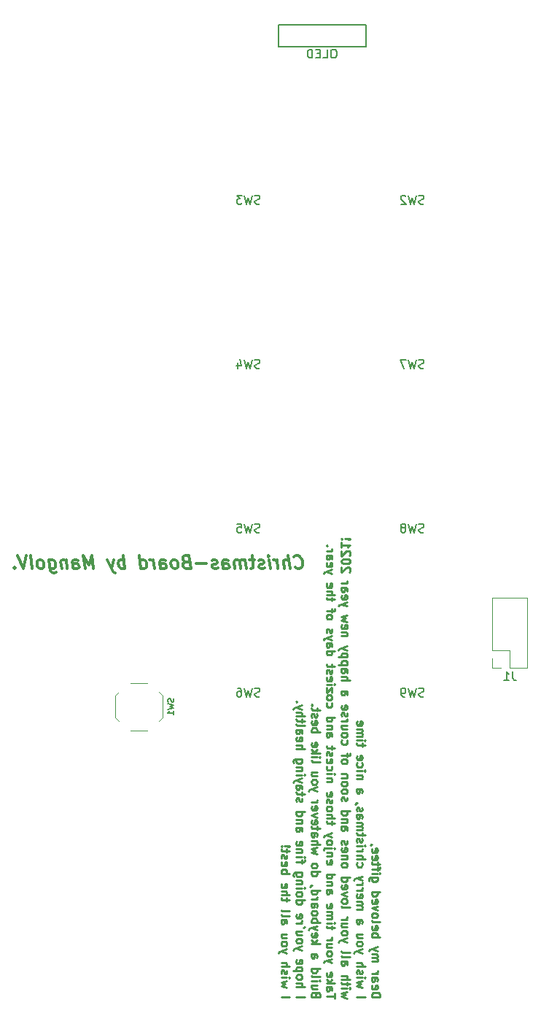
<source format=gbr>
%TF.GenerationSoftware,KiCad,Pcbnew,5.1.8*%
%TF.CreationDate,2020-12-03T20:02:01+01:00*%
%TF.ProjectId,christmas_board,63687269-7374-46d6-9173-5f626f617264,rev?*%
%TF.SameCoordinates,Original*%
%TF.FileFunction,Legend,Bot*%
%TF.FilePolarity,Positive*%
%FSLAX46Y46*%
G04 Gerber Fmt 4.6, Leading zero omitted, Abs format (unit mm)*
G04 Created by KiCad (PCBNEW 5.1.8) date 2020-12-03 20:02:01*
%MOMM*%
%LPD*%
G01*
G04 APERTURE LIST*
%ADD10C,0.300000*%
%ADD11C,0.250000*%
%ADD12C,0.120000*%
%ADD13C,0.150000*%
G04 APERTURE END LIST*
D10*
X142773035Y-93404464D02*
X142853392Y-93475892D01*
X143076607Y-93547321D01*
X143219464Y-93547321D01*
X143424821Y-93475892D01*
X143549821Y-93333035D01*
X143603392Y-93190178D01*
X143639107Y-92904464D01*
X143612321Y-92690178D01*
X143505178Y-92404464D01*
X143415892Y-92261607D01*
X143255178Y-92118750D01*
X143031964Y-92047321D01*
X142889107Y-92047321D01*
X142683750Y-92118750D01*
X142621250Y-92190178D01*
X142148035Y-93547321D02*
X141960535Y-92047321D01*
X141505178Y-93547321D02*
X141406964Y-92761607D01*
X141460535Y-92618750D01*
X141594464Y-92547321D01*
X141808750Y-92547321D01*
X141960535Y-92618750D01*
X142040892Y-92690178D01*
X140790892Y-93547321D02*
X140665892Y-92547321D01*
X140701607Y-92833035D02*
X140612321Y-92690178D01*
X140531964Y-92618750D01*
X140380178Y-92547321D01*
X140237321Y-92547321D01*
X139862321Y-93547321D02*
X139737321Y-92547321D01*
X139674821Y-92047321D02*
X139755178Y-92118750D01*
X139692678Y-92190178D01*
X139612321Y-92118750D01*
X139674821Y-92047321D01*
X139692678Y-92190178D01*
X139210535Y-93475892D02*
X139076607Y-93547321D01*
X138790892Y-93547321D01*
X138639107Y-93475892D01*
X138549821Y-93333035D01*
X138540892Y-93261607D01*
X138594464Y-93118750D01*
X138728392Y-93047321D01*
X138942678Y-93047321D01*
X139076607Y-92975892D01*
X139130178Y-92833035D01*
X139121250Y-92761607D01*
X139031964Y-92618750D01*
X138880178Y-92547321D01*
X138665892Y-92547321D01*
X138531964Y-92618750D01*
X138023035Y-92547321D02*
X137451607Y-92547321D01*
X137746250Y-92047321D02*
X137906964Y-93333035D01*
X137853392Y-93475892D01*
X137719464Y-93547321D01*
X137576607Y-93547321D01*
X137076607Y-93547321D02*
X136951607Y-92547321D01*
X136969464Y-92690178D02*
X136889107Y-92618750D01*
X136737321Y-92547321D01*
X136523035Y-92547321D01*
X136389107Y-92618750D01*
X136335535Y-92761607D01*
X136433750Y-93547321D01*
X136335535Y-92761607D02*
X136246250Y-92618750D01*
X136094464Y-92547321D01*
X135880178Y-92547321D01*
X135746250Y-92618750D01*
X135692678Y-92761607D01*
X135790892Y-93547321D01*
X134433750Y-93547321D02*
X134335535Y-92761607D01*
X134389107Y-92618750D01*
X134523035Y-92547321D01*
X134808750Y-92547321D01*
X134960535Y-92618750D01*
X134424821Y-93475892D02*
X134576607Y-93547321D01*
X134933750Y-93547321D01*
X135067678Y-93475892D01*
X135121250Y-93333035D01*
X135103392Y-93190178D01*
X135014107Y-93047321D01*
X134862321Y-92975892D01*
X134505178Y-92975892D01*
X134353392Y-92904464D01*
X133781964Y-93475892D02*
X133648035Y-93547321D01*
X133362321Y-93547321D01*
X133210535Y-93475892D01*
X133121250Y-93333035D01*
X133112321Y-93261607D01*
X133165892Y-93118750D01*
X133299821Y-93047321D01*
X133514107Y-93047321D01*
X133648035Y-92975892D01*
X133701607Y-92833035D01*
X133692678Y-92761607D01*
X133603392Y-92618750D01*
X133451607Y-92547321D01*
X133237321Y-92547321D01*
X133103392Y-92618750D01*
X132433750Y-92975892D02*
X131290892Y-92975892D01*
X130049821Y-92761607D02*
X129844464Y-92833035D01*
X129781964Y-92904464D01*
X129728392Y-93047321D01*
X129755178Y-93261607D01*
X129844464Y-93404464D01*
X129924821Y-93475892D01*
X130076607Y-93547321D01*
X130648035Y-93547321D01*
X130460535Y-92047321D01*
X129960535Y-92047321D01*
X129826607Y-92118750D01*
X129764107Y-92190178D01*
X129710535Y-92333035D01*
X129728392Y-92475892D01*
X129817678Y-92618750D01*
X129898035Y-92690178D01*
X130049821Y-92761607D01*
X130549821Y-92761607D01*
X128933750Y-93547321D02*
X129067678Y-93475892D01*
X129130178Y-93404464D01*
X129183750Y-93261607D01*
X129130178Y-92833035D01*
X129040892Y-92690178D01*
X128960535Y-92618750D01*
X128808750Y-92547321D01*
X128594464Y-92547321D01*
X128460535Y-92618750D01*
X128398035Y-92690178D01*
X128344464Y-92833035D01*
X128398035Y-93261607D01*
X128487321Y-93404464D01*
X128567678Y-93475892D01*
X128719464Y-93547321D01*
X128933750Y-93547321D01*
X127148035Y-93547321D02*
X127049821Y-92761607D01*
X127103392Y-92618750D01*
X127237321Y-92547321D01*
X127523035Y-92547321D01*
X127674821Y-92618750D01*
X127139107Y-93475892D02*
X127290892Y-93547321D01*
X127648035Y-93547321D01*
X127781964Y-93475892D01*
X127835535Y-93333035D01*
X127817678Y-93190178D01*
X127728392Y-93047321D01*
X127576607Y-92975892D01*
X127219464Y-92975892D01*
X127067678Y-92904464D01*
X126433750Y-93547321D02*
X126308750Y-92547321D01*
X126344464Y-92833035D02*
X126255178Y-92690178D01*
X126174821Y-92618750D01*
X126023035Y-92547321D01*
X125880178Y-92547321D01*
X124862321Y-93547321D02*
X124674821Y-92047321D01*
X124853392Y-93475892D02*
X125005178Y-93547321D01*
X125290892Y-93547321D01*
X125424821Y-93475892D01*
X125487321Y-93404464D01*
X125540892Y-93261607D01*
X125487321Y-92833035D01*
X125398035Y-92690178D01*
X125317678Y-92618750D01*
X125165892Y-92547321D01*
X124880178Y-92547321D01*
X124746250Y-92618750D01*
X123005178Y-93547321D02*
X122817678Y-92047321D01*
X122889107Y-92618750D02*
X122737321Y-92547321D01*
X122451607Y-92547321D01*
X122317678Y-92618750D01*
X122255178Y-92690178D01*
X122201607Y-92833035D01*
X122255178Y-93261607D01*
X122344464Y-93404464D01*
X122424821Y-93475892D01*
X122576607Y-93547321D01*
X122862321Y-93547321D01*
X122996250Y-93475892D01*
X121665892Y-92547321D02*
X121433750Y-93547321D01*
X120951607Y-92547321D02*
X121433750Y-93547321D01*
X121621250Y-93904464D01*
X121701607Y-93975892D01*
X121853392Y-94047321D01*
X119362321Y-93547321D02*
X119174821Y-92047321D01*
X118808750Y-93118750D01*
X118174821Y-92047321D01*
X118362321Y-93547321D01*
X117005178Y-93547321D02*
X116906964Y-92761607D01*
X116960535Y-92618750D01*
X117094464Y-92547321D01*
X117380178Y-92547321D01*
X117531964Y-92618750D01*
X116996250Y-93475892D02*
X117148035Y-93547321D01*
X117505178Y-93547321D01*
X117639107Y-93475892D01*
X117692678Y-93333035D01*
X117674821Y-93190178D01*
X117585535Y-93047321D01*
X117433750Y-92975892D01*
X117076607Y-92975892D01*
X116924821Y-92904464D01*
X116165892Y-92547321D02*
X116290892Y-93547321D01*
X116183750Y-92690178D02*
X116103392Y-92618750D01*
X115951607Y-92547321D01*
X115737321Y-92547321D01*
X115603392Y-92618750D01*
X115549821Y-92761607D01*
X115648035Y-93547321D01*
X114165892Y-92547321D02*
X114317678Y-93761607D01*
X114406964Y-93904464D01*
X114487321Y-93975892D01*
X114639107Y-94047321D01*
X114853392Y-94047321D01*
X114987321Y-93975892D01*
X114281964Y-93475892D02*
X114433750Y-93547321D01*
X114719464Y-93547321D01*
X114853392Y-93475892D01*
X114915892Y-93404464D01*
X114969464Y-93261607D01*
X114915892Y-92833035D01*
X114826607Y-92690178D01*
X114746250Y-92618750D01*
X114594464Y-92547321D01*
X114308750Y-92547321D01*
X114174821Y-92618750D01*
X113362321Y-93547321D02*
X113496250Y-93475892D01*
X113558750Y-93404464D01*
X113612321Y-93261607D01*
X113558750Y-92833035D01*
X113469464Y-92690178D01*
X113389107Y-92618750D01*
X113237321Y-92547321D01*
X113023035Y-92547321D01*
X112889107Y-92618750D01*
X112826607Y-92690178D01*
X112773035Y-92833035D01*
X112826607Y-93261607D01*
X112915892Y-93404464D01*
X112996250Y-93475892D01*
X113148035Y-93547321D01*
X113362321Y-93547321D01*
X112219464Y-93547321D02*
X112031964Y-92047321D01*
X111531964Y-92047321D02*
X111219464Y-93547321D01*
X110531964Y-92047321D01*
X110201607Y-93404464D02*
X110139107Y-93475892D01*
X110219464Y-93547321D01*
X110281964Y-93475892D01*
X110201607Y-93404464D01*
X110219464Y-93547321D01*
D11*
X151641369Y-143268154D02*
X152641369Y-143268154D01*
X152641369Y-143030059D01*
X152593750Y-142887202D01*
X152498511Y-142791964D01*
X152403273Y-142744345D01*
X152212797Y-142696726D01*
X152069940Y-142696726D01*
X151879464Y-142744345D01*
X151784226Y-142791964D01*
X151688988Y-142887202D01*
X151641369Y-143030059D01*
X151641369Y-143268154D01*
X151688988Y-141887202D02*
X151641369Y-141982440D01*
X151641369Y-142172916D01*
X151688988Y-142268154D01*
X151784226Y-142315773D01*
X152165178Y-142315773D01*
X152260416Y-142268154D01*
X152308035Y-142172916D01*
X152308035Y-141982440D01*
X152260416Y-141887202D01*
X152165178Y-141839583D01*
X152069940Y-141839583D01*
X151974702Y-142315773D01*
X151641369Y-140982440D02*
X152165178Y-140982440D01*
X152260416Y-141030059D01*
X152308035Y-141125297D01*
X152308035Y-141315773D01*
X152260416Y-141411011D01*
X151688988Y-140982440D02*
X151641369Y-141077678D01*
X151641369Y-141315773D01*
X151688988Y-141411011D01*
X151784226Y-141458630D01*
X151879464Y-141458630D01*
X151974702Y-141411011D01*
X152022321Y-141315773D01*
X152022321Y-141077678D01*
X152069940Y-140982440D01*
X151641369Y-140506250D02*
X152308035Y-140506250D01*
X152117559Y-140506250D02*
X152212797Y-140458630D01*
X152260416Y-140411011D01*
X152308035Y-140315773D01*
X152308035Y-140220535D01*
X151641369Y-139125297D02*
X152308035Y-139125297D01*
X152212797Y-139125297D02*
X152260416Y-139077678D01*
X152308035Y-138982440D01*
X152308035Y-138839583D01*
X152260416Y-138744345D01*
X152165178Y-138696726D01*
X151641369Y-138696726D01*
X152165178Y-138696726D02*
X152260416Y-138649107D01*
X152308035Y-138553869D01*
X152308035Y-138411011D01*
X152260416Y-138315773D01*
X152165178Y-138268154D01*
X151641369Y-138268154D01*
X152308035Y-137887202D02*
X151641369Y-137649107D01*
X152308035Y-137411011D02*
X151641369Y-137649107D01*
X151403273Y-137744345D01*
X151355654Y-137791964D01*
X151308035Y-137887202D01*
X151641369Y-136268154D02*
X152641369Y-136268154D01*
X152260416Y-136268154D02*
X152308035Y-136172916D01*
X152308035Y-135982440D01*
X152260416Y-135887202D01*
X152212797Y-135839583D01*
X152117559Y-135791964D01*
X151831845Y-135791964D01*
X151736607Y-135839583D01*
X151688988Y-135887202D01*
X151641369Y-135982440D01*
X151641369Y-136172916D01*
X151688988Y-136268154D01*
X151688988Y-134982440D02*
X151641369Y-135077678D01*
X151641369Y-135268154D01*
X151688988Y-135363392D01*
X151784226Y-135411011D01*
X152165178Y-135411011D01*
X152260416Y-135363392D01*
X152308035Y-135268154D01*
X152308035Y-135077678D01*
X152260416Y-134982440D01*
X152165178Y-134934821D01*
X152069940Y-134934821D01*
X151974702Y-135411011D01*
X151641369Y-134363392D02*
X151688988Y-134458630D01*
X151784226Y-134506250D01*
X152641369Y-134506250D01*
X151641369Y-133839583D02*
X151688988Y-133934821D01*
X151736607Y-133982440D01*
X151831845Y-134030059D01*
X152117559Y-134030059D01*
X152212797Y-133982440D01*
X152260416Y-133934821D01*
X152308035Y-133839583D01*
X152308035Y-133696726D01*
X152260416Y-133601488D01*
X152212797Y-133553869D01*
X152117559Y-133506250D01*
X151831845Y-133506250D01*
X151736607Y-133553869D01*
X151688988Y-133601488D01*
X151641369Y-133696726D01*
X151641369Y-133839583D01*
X152308035Y-133172916D02*
X151641369Y-132934821D01*
X152308035Y-132696726D01*
X151688988Y-131934821D02*
X151641369Y-132030059D01*
X151641369Y-132220535D01*
X151688988Y-132315773D01*
X151784226Y-132363392D01*
X152165178Y-132363392D01*
X152260416Y-132315773D01*
X152308035Y-132220535D01*
X152308035Y-132030059D01*
X152260416Y-131934821D01*
X152165178Y-131887202D01*
X152069940Y-131887202D01*
X151974702Y-132363392D01*
X151641369Y-131030059D02*
X152641369Y-131030059D01*
X151688988Y-131030059D02*
X151641369Y-131125297D01*
X151641369Y-131315773D01*
X151688988Y-131411011D01*
X151736607Y-131458630D01*
X151831845Y-131506250D01*
X152117559Y-131506250D01*
X152212797Y-131458630D01*
X152260416Y-131411011D01*
X152308035Y-131315773D01*
X152308035Y-131125297D01*
X152260416Y-131030059D01*
X152308035Y-129363392D02*
X151498511Y-129363392D01*
X151403273Y-129411011D01*
X151355654Y-129458630D01*
X151308035Y-129553869D01*
X151308035Y-129696726D01*
X151355654Y-129791964D01*
X151688988Y-129363392D02*
X151641369Y-129458630D01*
X151641369Y-129649107D01*
X151688988Y-129744345D01*
X151736607Y-129791964D01*
X151831845Y-129839583D01*
X152117559Y-129839583D01*
X152212797Y-129791964D01*
X152260416Y-129744345D01*
X152308035Y-129649107D01*
X152308035Y-129458630D01*
X152260416Y-129363392D01*
X151641369Y-128887202D02*
X152308035Y-128887202D01*
X152641369Y-128887202D02*
X152593750Y-128934821D01*
X152546130Y-128887202D01*
X152593750Y-128839583D01*
X152641369Y-128887202D01*
X152546130Y-128887202D01*
X152308035Y-128553869D02*
X152308035Y-128172916D01*
X151641369Y-128411011D02*
X152498511Y-128411011D01*
X152593750Y-128363392D01*
X152641369Y-128268154D01*
X152641369Y-128172916D01*
X152308035Y-127982440D02*
X152308035Y-127601488D01*
X152641369Y-127839583D02*
X151784226Y-127839583D01*
X151688988Y-127791964D01*
X151641369Y-127696726D01*
X151641369Y-127601488D01*
X151688988Y-126887202D02*
X151641369Y-126982440D01*
X151641369Y-127172916D01*
X151688988Y-127268154D01*
X151784226Y-127315773D01*
X152165178Y-127315773D01*
X152260416Y-127268154D01*
X152308035Y-127172916D01*
X152308035Y-126982440D01*
X152260416Y-126887202D01*
X152165178Y-126839583D01*
X152069940Y-126839583D01*
X151974702Y-127315773D01*
X151688988Y-126030059D02*
X151641369Y-126125297D01*
X151641369Y-126315773D01*
X151688988Y-126411011D01*
X151784226Y-126458630D01*
X152165178Y-126458630D01*
X152260416Y-126411011D01*
X152308035Y-126315773D01*
X152308035Y-126125297D01*
X152260416Y-126030059D01*
X152165178Y-125982440D01*
X152069940Y-125982440D01*
X151974702Y-126458630D01*
X151688988Y-125506250D02*
X151641369Y-125506250D01*
X151546130Y-125553869D01*
X151498511Y-125601488D01*
X149891369Y-143268154D02*
X150891369Y-143268154D01*
X150558035Y-142125297D02*
X149891369Y-141934821D01*
X150367559Y-141744345D01*
X149891369Y-141553869D01*
X150558035Y-141363392D01*
X149891369Y-140982440D02*
X150558035Y-140982440D01*
X150891369Y-140982440D02*
X150843750Y-141030059D01*
X150796130Y-140982440D01*
X150843750Y-140934821D01*
X150891369Y-140982440D01*
X150796130Y-140982440D01*
X149938988Y-140553869D02*
X149891369Y-140458630D01*
X149891369Y-140268154D01*
X149938988Y-140172916D01*
X150034226Y-140125297D01*
X150081845Y-140125297D01*
X150177083Y-140172916D01*
X150224702Y-140268154D01*
X150224702Y-140411011D01*
X150272321Y-140506250D01*
X150367559Y-140553869D01*
X150415178Y-140553869D01*
X150510416Y-140506250D01*
X150558035Y-140411011D01*
X150558035Y-140268154D01*
X150510416Y-140172916D01*
X149891369Y-139696726D02*
X150891369Y-139696726D01*
X149891369Y-139268154D02*
X150415178Y-139268154D01*
X150510416Y-139315773D01*
X150558035Y-139411011D01*
X150558035Y-139553869D01*
X150510416Y-139649107D01*
X150462797Y-139696726D01*
X150558035Y-138125297D02*
X149891369Y-137887202D01*
X150558035Y-137649107D02*
X149891369Y-137887202D01*
X149653273Y-137982440D01*
X149605654Y-138030059D01*
X149558035Y-138125297D01*
X149891369Y-137125297D02*
X149938988Y-137220535D01*
X149986607Y-137268154D01*
X150081845Y-137315773D01*
X150367559Y-137315773D01*
X150462797Y-137268154D01*
X150510416Y-137220535D01*
X150558035Y-137125297D01*
X150558035Y-136982440D01*
X150510416Y-136887202D01*
X150462797Y-136839583D01*
X150367559Y-136791964D01*
X150081845Y-136791964D01*
X149986607Y-136839583D01*
X149938988Y-136887202D01*
X149891369Y-136982440D01*
X149891369Y-137125297D01*
X150558035Y-135934821D02*
X149891369Y-135934821D01*
X150558035Y-136363392D02*
X150034226Y-136363392D01*
X149938988Y-136315773D01*
X149891369Y-136220535D01*
X149891369Y-136077678D01*
X149938988Y-135982440D01*
X149986607Y-135934821D01*
X149891369Y-134268154D02*
X150415178Y-134268154D01*
X150510416Y-134315773D01*
X150558035Y-134411011D01*
X150558035Y-134601488D01*
X150510416Y-134696726D01*
X149938988Y-134268154D02*
X149891369Y-134363392D01*
X149891369Y-134601488D01*
X149938988Y-134696726D01*
X150034226Y-134744345D01*
X150129464Y-134744345D01*
X150224702Y-134696726D01*
X150272321Y-134601488D01*
X150272321Y-134363392D01*
X150319940Y-134268154D01*
X149891369Y-133030059D02*
X150558035Y-133030059D01*
X150462797Y-133030059D02*
X150510416Y-132982440D01*
X150558035Y-132887202D01*
X150558035Y-132744345D01*
X150510416Y-132649107D01*
X150415178Y-132601488D01*
X149891369Y-132601488D01*
X150415178Y-132601488D02*
X150510416Y-132553869D01*
X150558035Y-132458630D01*
X150558035Y-132315773D01*
X150510416Y-132220535D01*
X150415178Y-132172916D01*
X149891369Y-132172916D01*
X149938988Y-131315773D02*
X149891369Y-131411011D01*
X149891369Y-131601488D01*
X149938988Y-131696726D01*
X150034226Y-131744345D01*
X150415178Y-131744345D01*
X150510416Y-131696726D01*
X150558035Y-131601488D01*
X150558035Y-131411011D01*
X150510416Y-131315773D01*
X150415178Y-131268154D01*
X150319940Y-131268154D01*
X150224702Y-131744345D01*
X149891369Y-130839583D02*
X150558035Y-130839583D01*
X150367559Y-130839583D02*
X150462797Y-130791964D01*
X150510416Y-130744345D01*
X150558035Y-130649107D01*
X150558035Y-130553869D01*
X149891369Y-130220535D02*
X150558035Y-130220535D01*
X150367559Y-130220535D02*
X150462797Y-130172916D01*
X150510416Y-130125297D01*
X150558035Y-130030059D01*
X150558035Y-129934821D01*
X150558035Y-129696726D02*
X149891369Y-129458630D01*
X150558035Y-129220535D02*
X149891369Y-129458630D01*
X149653273Y-129553869D01*
X149605654Y-129601488D01*
X149558035Y-129696726D01*
X149938988Y-127649107D02*
X149891369Y-127744345D01*
X149891369Y-127934821D01*
X149938988Y-128030059D01*
X149986607Y-128077678D01*
X150081845Y-128125297D01*
X150367559Y-128125297D01*
X150462797Y-128077678D01*
X150510416Y-128030059D01*
X150558035Y-127934821D01*
X150558035Y-127744345D01*
X150510416Y-127649107D01*
X149891369Y-127220535D02*
X150891369Y-127220535D01*
X149891369Y-126791964D02*
X150415178Y-126791964D01*
X150510416Y-126839583D01*
X150558035Y-126934821D01*
X150558035Y-127077678D01*
X150510416Y-127172916D01*
X150462797Y-127220535D01*
X149891369Y-126315773D02*
X150558035Y-126315773D01*
X150367559Y-126315773D02*
X150462797Y-126268154D01*
X150510416Y-126220535D01*
X150558035Y-126125297D01*
X150558035Y-126030059D01*
X149891369Y-125696726D02*
X150558035Y-125696726D01*
X150891369Y-125696726D02*
X150843750Y-125744345D01*
X150796130Y-125696726D01*
X150843750Y-125649107D01*
X150891369Y-125696726D01*
X150796130Y-125696726D01*
X149938988Y-125268154D02*
X149891369Y-125172916D01*
X149891369Y-124982440D01*
X149938988Y-124887202D01*
X150034226Y-124839583D01*
X150081845Y-124839583D01*
X150177083Y-124887202D01*
X150224702Y-124982440D01*
X150224702Y-125125297D01*
X150272321Y-125220535D01*
X150367559Y-125268154D01*
X150415178Y-125268154D01*
X150510416Y-125220535D01*
X150558035Y-125125297D01*
X150558035Y-124982440D01*
X150510416Y-124887202D01*
X150558035Y-124553869D02*
X150558035Y-124172916D01*
X150891369Y-124411011D02*
X150034226Y-124411011D01*
X149938988Y-124363392D01*
X149891369Y-124268154D01*
X149891369Y-124172916D01*
X149891369Y-123839583D02*
X150558035Y-123839583D01*
X150462797Y-123839583D02*
X150510416Y-123791964D01*
X150558035Y-123696726D01*
X150558035Y-123553869D01*
X150510416Y-123458630D01*
X150415178Y-123411011D01*
X149891369Y-123411011D01*
X150415178Y-123411011D02*
X150510416Y-123363392D01*
X150558035Y-123268154D01*
X150558035Y-123125297D01*
X150510416Y-123030059D01*
X150415178Y-122982440D01*
X149891369Y-122982440D01*
X149891369Y-122077678D02*
X150415178Y-122077678D01*
X150510416Y-122125297D01*
X150558035Y-122220535D01*
X150558035Y-122411011D01*
X150510416Y-122506250D01*
X149938988Y-122077678D02*
X149891369Y-122172916D01*
X149891369Y-122411011D01*
X149938988Y-122506250D01*
X150034226Y-122553869D01*
X150129464Y-122553869D01*
X150224702Y-122506250D01*
X150272321Y-122411011D01*
X150272321Y-122172916D01*
X150319940Y-122077678D01*
X149938988Y-121649107D02*
X149891369Y-121553869D01*
X149891369Y-121363392D01*
X149938988Y-121268154D01*
X150034226Y-121220535D01*
X150081845Y-121220535D01*
X150177083Y-121268154D01*
X150224702Y-121363392D01*
X150224702Y-121506250D01*
X150272321Y-121601488D01*
X150367559Y-121649107D01*
X150415178Y-121649107D01*
X150510416Y-121601488D01*
X150558035Y-121506250D01*
X150558035Y-121363392D01*
X150510416Y-121268154D01*
X149938988Y-120744345D02*
X149891369Y-120744345D01*
X149796130Y-120791964D01*
X149748511Y-120839583D01*
X149891369Y-119125297D02*
X150415178Y-119125297D01*
X150510416Y-119172916D01*
X150558035Y-119268154D01*
X150558035Y-119458630D01*
X150510416Y-119553869D01*
X149938988Y-119125297D02*
X149891369Y-119220535D01*
X149891369Y-119458630D01*
X149938988Y-119553869D01*
X150034226Y-119601488D01*
X150129464Y-119601488D01*
X150224702Y-119553869D01*
X150272321Y-119458630D01*
X150272321Y-119220535D01*
X150319940Y-119125297D01*
X150558035Y-117887202D02*
X149891369Y-117887202D01*
X150462797Y-117887202D02*
X150510416Y-117839583D01*
X150558035Y-117744345D01*
X150558035Y-117601488D01*
X150510416Y-117506250D01*
X150415178Y-117458630D01*
X149891369Y-117458630D01*
X149891369Y-116982440D02*
X150558035Y-116982440D01*
X150891369Y-116982440D02*
X150843750Y-117030059D01*
X150796130Y-116982440D01*
X150843750Y-116934821D01*
X150891369Y-116982440D01*
X150796130Y-116982440D01*
X149938988Y-116077678D02*
X149891369Y-116172916D01*
X149891369Y-116363392D01*
X149938988Y-116458630D01*
X149986607Y-116506250D01*
X150081845Y-116553869D01*
X150367559Y-116553869D01*
X150462797Y-116506250D01*
X150510416Y-116458630D01*
X150558035Y-116363392D01*
X150558035Y-116172916D01*
X150510416Y-116077678D01*
X149938988Y-115268154D02*
X149891369Y-115363392D01*
X149891369Y-115553869D01*
X149938988Y-115649107D01*
X150034226Y-115696726D01*
X150415178Y-115696726D01*
X150510416Y-115649107D01*
X150558035Y-115553869D01*
X150558035Y-115363392D01*
X150510416Y-115268154D01*
X150415178Y-115220535D01*
X150319940Y-115220535D01*
X150224702Y-115696726D01*
X150558035Y-114172916D02*
X150558035Y-113791964D01*
X150891369Y-114030059D02*
X150034226Y-114030059D01*
X149938988Y-113982440D01*
X149891369Y-113887202D01*
X149891369Y-113791964D01*
X149891369Y-113458630D02*
X150558035Y-113458630D01*
X150891369Y-113458630D02*
X150843750Y-113506250D01*
X150796130Y-113458630D01*
X150843750Y-113411011D01*
X150891369Y-113458630D01*
X150796130Y-113458630D01*
X149891369Y-112982440D02*
X150558035Y-112982440D01*
X150462797Y-112982440D02*
X150510416Y-112934821D01*
X150558035Y-112839583D01*
X150558035Y-112696726D01*
X150510416Y-112601488D01*
X150415178Y-112553869D01*
X149891369Y-112553869D01*
X150415178Y-112553869D02*
X150510416Y-112506250D01*
X150558035Y-112411011D01*
X150558035Y-112268154D01*
X150510416Y-112172916D01*
X150415178Y-112125297D01*
X149891369Y-112125297D01*
X149938988Y-111268154D02*
X149891369Y-111363392D01*
X149891369Y-111553869D01*
X149938988Y-111649107D01*
X150034226Y-111696726D01*
X150415178Y-111696726D01*
X150510416Y-111649107D01*
X150558035Y-111553869D01*
X150558035Y-111363392D01*
X150510416Y-111268154D01*
X150415178Y-111220535D01*
X150319940Y-111220535D01*
X150224702Y-111696726D01*
X148808035Y-143363392D02*
X148141369Y-143172916D01*
X148617559Y-142982440D01*
X148141369Y-142791964D01*
X148808035Y-142601488D01*
X148141369Y-142220535D02*
X148808035Y-142220535D01*
X149141369Y-142220535D02*
X149093750Y-142268154D01*
X149046130Y-142220535D01*
X149093750Y-142172916D01*
X149141369Y-142220535D01*
X149046130Y-142220535D01*
X148808035Y-141887202D02*
X148808035Y-141506250D01*
X149141369Y-141744345D02*
X148284226Y-141744345D01*
X148188988Y-141696726D01*
X148141369Y-141601488D01*
X148141369Y-141506250D01*
X148141369Y-141172916D02*
X149141369Y-141172916D01*
X148141369Y-140744345D02*
X148665178Y-140744345D01*
X148760416Y-140791964D01*
X148808035Y-140887202D01*
X148808035Y-141030059D01*
X148760416Y-141125297D01*
X148712797Y-141172916D01*
X148141369Y-139077678D02*
X148665178Y-139077678D01*
X148760416Y-139125297D01*
X148808035Y-139220535D01*
X148808035Y-139411011D01*
X148760416Y-139506250D01*
X148188988Y-139077678D02*
X148141369Y-139172916D01*
X148141369Y-139411011D01*
X148188988Y-139506250D01*
X148284226Y-139553869D01*
X148379464Y-139553869D01*
X148474702Y-139506250D01*
X148522321Y-139411011D01*
X148522321Y-139172916D01*
X148569940Y-139077678D01*
X148141369Y-138458630D02*
X148188988Y-138553869D01*
X148284226Y-138601488D01*
X149141369Y-138601488D01*
X148141369Y-137934821D02*
X148188988Y-138030059D01*
X148284226Y-138077678D01*
X149141369Y-138077678D01*
X148808035Y-136887202D02*
X148141369Y-136649107D01*
X148808035Y-136411011D02*
X148141369Y-136649107D01*
X147903273Y-136744345D01*
X147855654Y-136791964D01*
X147808035Y-136887202D01*
X148141369Y-135887202D02*
X148188988Y-135982440D01*
X148236607Y-136030059D01*
X148331845Y-136077678D01*
X148617559Y-136077678D01*
X148712797Y-136030059D01*
X148760416Y-135982440D01*
X148808035Y-135887202D01*
X148808035Y-135744345D01*
X148760416Y-135649107D01*
X148712797Y-135601488D01*
X148617559Y-135553869D01*
X148331845Y-135553869D01*
X148236607Y-135601488D01*
X148188988Y-135649107D01*
X148141369Y-135744345D01*
X148141369Y-135887202D01*
X148808035Y-134696726D02*
X148141369Y-134696726D01*
X148808035Y-135125297D02*
X148284226Y-135125297D01*
X148188988Y-135077678D01*
X148141369Y-134982440D01*
X148141369Y-134839583D01*
X148188988Y-134744345D01*
X148236607Y-134696726D01*
X148141369Y-134220535D02*
X148808035Y-134220535D01*
X148617559Y-134220535D02*
X148712797Y-134172916D01*
X148760416Y-134125297D01*
X148808035Y-134030059D01*
X148808035Y-133934821D01*
X148141369Y-132696726D02*
X148188988Y-132791964D01*
X148284226Y-132839583D01*
X149141369Y-132839583D01*
X148141369Y-132172916D02*
X148188988Y-132268154D01*
X148236607Y-132315773D01*
X148331845Y-132363392D01*
X148617559Y-132363392D01*
X148712797Y-132315773D01*
X148760416Y-132268154D01*
X148808035Y-132172916D01*
X148808035Y-132030059D01*
X148760416Y-131934821D01*
X148712797Y-131887202D01*
X148617559Y-131839583D01*
X148331845Y-131839583D01*
X148236607Y-131887202D01*
X148188988Y-131934821D01*
X148141369Y-132030059D01*
X148141369Y-132172916D01*
X148808035Y-131506250D02*
X148141369Y-131268154D01*
X148808035Y-131030059D01*
X148188988Y-130268154D02*
X148141369Y-130363392D01*
X148141369Y-130553869D01*
X148188988Y-130649107D01*
X148284226Y-130696726D01*
X148665178Y-130696726D01*
X148760416Y-130649107D01*
X148808035Y-130553869D01*
X148808035Y-130363392D01*
X148760416Y-130268154D01*
X148665178Y-130220535D01*
X148569940Y-130220535D01*
X148474702Y-130696726D01*
X148141369Y-129363392D02*
X149141369Y-129363392D01*
X148188988Y-129363392D02*
X148141369Y-129458630D01*
X148141369Y-129649107D01*
X148188988Y-129744345D01*
X148236607Y-129791964D01*
X148331845Y-129839583D01*
X148617559Y-129839583D01*
X148712797Y-129791964D01*
X148760416Y-129744345D01*
X148808035Y-129649107D01*
X148808035Y-129458630D01*
X148760416Y-129363392D01*
X148141369Y-127982440D02*
X148188988Y-128077678D01*
X148236607Y-128125297D01*
X148331845Y-128172916D01*
X148617559Y-128172916D01*
X148712797Y-128125297D01*
X148760416Y-128077678D01*
X148808035Y-127982440D01*
X148808035Y-127839583D01*
X148760416Y-127744345D01*
X148712797Y-127696726D01*
X148617559Y-127649107D01*
X148331845Y-127649107D01*
X148236607Y-127696726D01*
X148188988Y-127744345D01*
X148141369Y-127839583D01*
X148141369Y-127982440D01*
X148808035Y-127220535D02*
X148141369Y-127220535D01*
X148712797Y-127220535D02*
X148760416Y-127172916D01*
X148808035Y-127077678D01*
X148808035Y-126934821D01*
X148760416Y-126839583D01*
X148665178Y-126791964D01*
X148141369Y-126791964D01*
X148188988Y-125934821D02*
X148141369Y-126030059D01*
X148141369Y-126220535D01*
X148188988Y-126315773D01*
X148284226Y-126363392D01*
X148665178Y-126363392D01*
X148760416Y-126315773D01*
X148808035Y-126220535D01*
X148808035Y-126030059D01*
X148760416Y-125934821D01*
X148665178Y-125887202D01*
X148569940Y-125887202D01*
X148474702Y-126363392D01*
X148188988Y-125506250D02*
X148141369Y-125411011D01*
X148141369Y-125220535D01*
X148188988Y-125125297D01*
X148284226Y-125077678D01*
X148331845Y-125077678D01*
X148427083Y-125125297D01*
X148474702Y-125220535D01*
X148474702Y-125363392D01*
X148522321Y-125458630D01*
X148617559Y-125506250D01*
X148665178Y-125506250D01*
X148760416Y-125458630D01*
X148808035Y-125363392D01*
X148808035Y-125220535D01*
X148760416Y-125125297D01*
X148141369Y-123458630D02*
X148665178Y-123458630D01*
X148760416Y-123506250D01*
X148808035Y-123601488D01*
X148808035Y-123791964D01*
X148760416Y-123887202D01*
X148188988Y-123458630D02*
X148141369Y-123553869D01*
X148141369Y-123791964D01*
X148188988Y-123887202D01*
X148284226Y-123934821D01*
X148379464Y-123934821D01*
X148474702Y-123887202D01*
X148522321Y-123791964D01*
X148522321Y-123553869D01*
X148569940Y-123458630D01*
X148808035Y-122982440D02*
X148141369Y-122982440D01*
X148712797Y-122982440D02*
X148760416Y-122934821D01*
X148808035Y-122839583D01*
X148808035Y-122696726D01*
X148760416Y-122601488D01*
X148665178Y-122553869D01*
X148141369Y-122553869D01*
X148141369Y-121649107D02*
X149141369Y-121649107D01*
X148188988Y-121649107D02*
X148141369Y-121744345D01*
X148141369Y-121934821D01*
X148188988Y-122030059D01*
X148236607Y-122077678D01*
X148331845Y-122125297D01*
X148617559Y-122125297D01*
X148712797Y-122077678D01*
X148760416Y-122030059D01*
X148808035Y-121934821D01*
X148808035Y-121744345D01*
X148760416Y-121649107D01*
X148188988Y-120458630D02*
X148141369Y-120363392D01*
X148141369Y-120172916D01*
X148188988Y-120077678D01*
X148284226Y-120030059D01*
X148331845Y-120030059D01*
X148427083Y-120077678D01*
X148474702Y-120172916D01*
X148474702Y-120315773D01*
X148522321Y-120411011D01*
X148617559Y-120458630D01*
X148665178Y-120458630D01*
X148760416Y-120411011D01*
X148808035Y-120315773D01*
X148808035Y-120172916D01*
X148760416Y-120077678D01*
X148141369Y-119458630D02*
X148188988Y-119553869D01*
X148236607Y-119601488D01*
X148331845Y-119649107D01*
X148617559Y-119649107D01*
X148712797Y-119601488D01*
X148760416Y-119553869D01*
X148808035Y-119458630D01*
X148808035Y-119315773D01*
X148760416Y-119220535D01*
X148712797Y-119172916D01*
X148617559Y-119125297D01*
X148331845Y-119125297D01*
X148236607Y-119172916D01*
X148188988Y-119220535D01*
X148141369Y-119315773D01*
X148141369Y-119458630D01*
X148141369Y-118553869D02*
X148188988Y-118649107D01*
X148236607Y-118696726D01*
X148331845Y-118744345D01*
X148617559Y-118744345D01*
X148712797Y-118696726D01*
X148760416Y-118649107D01*
X148808035Y-118553869D01*
X148808035Y-118411011D01*
X148760416Y-118315773D01*
X148712797Y-118268154D01*
X148617559Y-118220535D01*
X148331845Y-118220535D01*
X148236607Y-118268154D01*
X148188988Y-118315773D01*
X148141369Y-118411011D01*
X148141369Y-118553869D01*
X148808035Y-117791964D02*
X148141369Y-117791964D01*
X148712797Y-117791964D02*
X148760416Y-117744345D01*
X148808035Y-117649107D01*
X148808035Y-117506250D01*
X148760416Y-117411011D01*
X148665178Y-117363392D01*
X148141369Y-117363392D01*
X148141369Y-115982440D02*
X148188988Y-116077678D01*
X148236607Y-116125297D01*
X148331845Y-116172916D01*
X148617559Y-116172916D01*
X148712797Y-116125297D01*
X148760416Y-116077678D01*
X148808035Y-115982440D01*
X148808035Y-115839583D01*
X148760416Y-115744345D01*
X148712797Y-115696726D01*
X148617559Y-115649107D01*
X148331845Y-115649107D01*
X148236607Y-115696726D01*
X148188988Y-115744345D01*
X148141369Y-115839583D01*
X148141369Y-115982440D01*
X148808035Y-115363392D02*
X148808035Y-114982440D01*
X148141369Y-115220535D02*
X148998511Y-115220535D01*
X149093750Y-115172916D01*
X149141369Y-115077678D01*
X149141369Y-114982440D01*
X148188988Y-113458630D02*
X148141369Y-113553869D01*
X148141369Y-113744345D01*
X148188988Y-113839583D01*
X148236607Y-113887202D01*
X148331845Y-113934821D01*
X148617559Y-113934821D01*
X148712797Y-113887202D01*
X148760416Y-113839583D01*
X148808035Y-113744345D01*
X148808035Y-113553869D01*
X148760416Y-113458630D01*
X148141369Y-112887202D02*
X148188988Y-112982440D01*
X148236607Y-113030059D01*
X148331845Y-113077678D01*
X148617559Y-113077678D01*
X148712797Y-113030059D01*
X148760416Y-112982440D01*
X148808035Y-112887202D01*
X148808035Y-112744345D01*
X148760416Y-112649107D01*
X148712797Y-112601488D01*
X148617559Y-112553869D01*
X148331845Y-112553869D01*
X148236607Y-112601488D01*
X148188988Y-112649107D01*
X148141369Y-112744345D01*
X148141369Y-112887202D01*
X148808035Y-111696726D02*
X148141369Y-111696726D01*
X148808035Y-112125297D02*
X148284226Y-112125297D01*
X148188988Y-112077678D01*
X148141369Y-111982440D01*
X148141369Y-111839583D01*
X148188988Y-111744345D01*
X148236607Y-111696726D01*
X148141369Y-111220535D02*
X148808035Y-111220535D01*
X148617559Y-111220535D02*
X148712797Y-111172916D01*
X148760416Y-111125297D01*
X148808035Y-111030059D01*
X148808035Y-110934821D01*
X148188988Y-110649107D02*
X148141369Y-110553869D01*
X148141369Y-110363392D01*
X148188988Y-110268154D01*
X148284226Y-110220535D01*
X148331845Y-110220535D01*
X148427083Y-110268154D01*
X148474702Y-110363392D01*
X148474702Y-110506250D01*
X148522321Y-110601488D01*
X148617559Y-110649107D01*
X148665178Y-110649107D01*
X148760416Y-110601488D01*
X148808035Y-110506250D01*
X148808035Y-110363392D01*
X148760416Y-110268154D01*
X148188988Y-109411011D02*
X148141369Y-109506250D01*
X148141369Y-109696726D01*
X148188988Y-109791964D01*
X148284226Y-109839583D01*
X148665178Y-109839583D01*
X148760416Y-109791964D01*
X148808035Y-109696726D01*
X148808035Y-109506250D01*
X148760416Y-109411011D01*
X148665178Y-109363392D01*
X148569940Y-109363392D01*
X148474702Y-109839583D01*
X148141369Y-107744345D02*
X148665178Y-107744345D01*
X148760416Y-107791964D01*
X148808035Y-107887202D01*
X148808035Y-108077678D01*
X148760416Y-108172916D01*
X148188988Y-107744345D02*
X148141369Y-107839583D01*
X148141369Y-108077678D01*
X148188988Y-108172916D01*
X148284226Y-108220535D01*
X148379464Y-108220535D01*
X148474702Y-108172916D01*
X148522321Y-108077678D01*
X148522321Y-107839583D01*
X148569940Y-107744345D01*
X148141369Y-106506250D02*
X149141369Y-106506250D01*
X148141369Y-106077678D02*
X148665178Y-106077678D01*
X148760416Y-106125297D01*
X148808035Y-106220535D01*
X148808035Y-106363392D01*
X148760416Y-106458630D01*
X148712797Y-106506250D01*
X148141369Y-105172916D02*
X148665178Y-105172916D01*
X148760416Y-105220535D01*
X148808035Y-105315773D01*
X148808035Y-105506250D01*
X148760416Y-105601488D01*
X148188988Y-105172916D02*
X148141369Y-105268154D01*
X148141369Y-105506250D01*
X148188988Y-105601488D01*
X148284226Y-105649107D01*
X148379464Y-105649107D01*
X148474702Y-105601488D01*
X148522321Y-105506250D01*
X148522321Y-105268154D01*
X148569940Y-105172916D01*
X148808035Y-104696726D02*
X147808035Y-104696726D01*
X148760416Y-104696726D02*
X148808035Y-104601488D01*
X148808035Y-104411011D01*
X148760416Y-104315773D01*
X148712797Y-104268154D01*
X148617559Y-104220535D01*
X148331845Y-104220535D01*
X148236607Y-104268154D01*
X148188988Y-104315773D01*
X148141369Y-104411011D01*
X148141369Y-104601488D01*
X148188988Y-104696726D01*
X148808035Y-103791964D02*
X147808035Y-103791964D01*
X148760416Y-103791964D02*
X148808035Y-103696726D01*
X148808035Y-103506250D01*
X148760416Y-103411011D01*
X148712797Y-103363392D01*
X148617559Y-103315773D01*
X148331845Y-103315773D01*
X148236607Y-103363392D01*
X148188988Y-103411011D01*
X148141369Y-103506250D01*
X148141369Y-103696726D01*
X148188988Y-103791964D01*
X148808035Y-102982440D02*
X148141369Y-102744345D01*
X148808035Y-102506250D02*
X148141369Y-102744345D01*
X147903273Y-102839583D01*
X147855654Y-102887202D01*
X147808035Y-102982440D01*
X148808035Y-101363392D02*
X148141369Y-101363392D01*
X148712797Y-101363392D02*
X148760416Y-101315773D01*
X148808035Y-101220535D01*
X148808035Y-101077678D01*
X148760416Y-100982440D01*
X148665178Y-100934821D01*
X148141369Y-100934821D01*
X148188988Y-100077678D02*
X148141369Y-100172916D01*
X148141369Y-100363392D01*
X148188988Y-100458630D01*
X148284226Y-100506250D01*
X148665178Y-100506250D01*
X148760416Y-100458630D01*
X148808035Y-100363392D01*
X148808035Y-100172916D01*
X148760416Y-100077678D01*
X148665178Y-100030059D01*
X148569940Y-100030059D01*
X148474702Y-100506250D01*
X148808035Y-99696726D02*
X148141369Y-99506250D01*
X148617559Y-99315773D01*
X148141369Y-99125297D01*
X148808035Y-98934821D01*
X148808035Y-97887202D02*
X148141369Y-97649107D01*
X148808035Y-97411011D02*
X148141369Y-97649107D01*
X147903273Y-97744345D01*
X147855654Y-97791964D01*
X147808035Y-97887202D01*
X148188988Y-96649107D02*
X148141369Y-96744345D01*
X148141369Y-96934821D01*
X148188988Y-97030059D01*
X148284226Y-97077678D01*
X148665178Y-97077678D01*
X148760416Y-97030059D01*
X148808035Y-96934821D01*
X148808035Y-96744345D01*
X148760416Y-96649107D01*
X148665178Y-96601488D01*
X148569940Y-96601488D01*
X148474702Y-97077678D01*
X148141369Y-95744345D02*
X148665178Y-95744345D01*
X148760416Y-95791964D01*
X148808035Y-95887202D01*
X148808035Y-96077678D01*
X148760416Y-96172916D01*
X148188988Y-95744345D02*
X148141369Y-95839583D01*
X148141369Y-96077678D01*
X148188988Y-96172916D01*
X148284226Y-96220535D01*
X148379464Y-96220535D01*
X148474702Y-96172916D01*
X148522321Y-96077678D01*
X148522321Y-95839583D01*
X148569940Y-95744345D01*
X148141369Y-95268154D02*
X148808035Y-95268154D01*
X148617559Y-95268154D02*
X148712797Y-95220535D01*
X148760416Y-95172916D01*
X148808035Y-95077678D01*
X148808035Y-94982440D01*
X149046130Y-93934821D02*
X149093750Y-93887202D01*
X149141369Y-93791964D01*
X149141369Y-93553869D01*
X149093750Y-93458630D01*
X149046130Y-93411011D01*
X148950892Y-93363392D01*
X148855654Y-93363392D01*
X148712797Y-93411011D01*
X148141369Y-93982440D01*
X148141369Y-93363392D01*
X149141369Y-92744345D02*
X149141369Y-92649107D01*
X149093750Y-92553869D01*
X149046130Y-92506250D01*
X148950892Y-92458630D01*
X148760416Y-92411011D01*
X148522321Y-92411011D01*
X148331845Y-92458630D01*
X148236607Y-92506250D01*
X148188988Y-92553869D01*
X148141369Y-92649107D01*
X148141369Y-92744345D01*
X148188988Y-92839583D01*
X148236607Y-92887202D01*
X148331845Y-92934821D01*
X148522321Y-92982440D01*
X148760416Y-92982440D01*
X148950892Y-92934821D01*
X149046130Y-92887202D01*
X149093750Y-92839583D01*
X149141369Y-92744345D01*
X149046130Y-92030059D02*
X149093750Y-91982440D01*
X149141369Y-91887202D01*
X149141369Y-91649107D01*
X149093750Y-91553869D01*
X149046130Y-91506250D01*
X148950892Y-91458630D01*
X148855654Y-91458630D01*
X148712797Y-91506250D01*
X148141369Y-92077678D01*
X148141369Y-91458630D01*
X148141369Y-90506250D02*
X148141369Y-91077678D01*
X148141369Y-90791964D02*
X149141369Y-90791964D01*
X148998511Y-90887202D01*
X148903273Y-90982440D01*
X148855654Y-91077678D01*
X148236607Y-90077678D02*
X148188988Y-90030059D01*
X148141369Y-90077678D01*
X148188988Y-90125297D01*
X148236607Y-90077678D01*
X148141369Y-90077678D01*
X148522321Y-90077678D02*
X149093750Y-90125297D01*
X149141369Y-90077678D01*
X149093750Y-90030059D01*
X148522321Y-90077678D01*
X149141369Y-90077678D01*
X147391369Y-143411011D02*
X147391369Y-142839583D01*
X146391369Y-143125297D02*
X147391369Y-143125297D01*
X146391369Y-142077678D02*
X146915178Y-142077678D01*
X147010416Y-142125297D01*
X147058035Y-142220535D01*
X147058035Y-142411011D01*
X147010416Y-142506250D01*
X146438988Y-142077678D02*
X146391369Y-142172916D01*
X146391369Y-142411011D01*
X146438988Y-142506250D01*
X146534226Y-142553869D01*
X146629464Y-142553869D01*
X146724702Y-142506250D01*
X146772321Y-142411011D01*
X146772321Y-142172916D01*
X146819940Y-142077678D01*
X146391369Y-141601488D02*
X147391369Y-141601488D01*
X146772321Y-141506250D02*
X146391369Y-141220535D01*
X147058035Y-141220535D02*
X146677083Y-141601488D01*
X146438988Y-140411011D02*
X146391369Y-140506250D01*
X146391369Y-140696726D01*
X146438988Y-140791964D01*
X146534226Y-140839583D01*
X146915178Y-140839583D01*
X147010416Y-140791964D01*
X147058035Y-140696726D01*
X147058035Y-140506250D01*
X147010416Y-140411011D01*
X146915178Y-140363392D01*
X146819940Y-140363392D01*
X146724702Y-140839583D01*
X147058035Y-139268154D02*
X146391369Y-139030059D01*
X147058035Y-138791964D02*
X146391369Y-139030059D01*
X146153273Y-139125297D01*
X146105654Y-139172916D01*
X146058035Y-139268154D01*
X146391369Y-138268154D02*
X146438988Y-138363392D01*
X146486607Y-138411011D01*
X146581845Y-138458630D01*
X146867559Y-138458630D01*
X146962797Y-138411011D01*
X147010416Y-138363392D01*
X147058035Y-138268154D01*
X147058035Y-138125297D01*
X147010416Y-138030059D01*
X146962797Y-137982440D01*
X146867559Y-137934821D01*
X146581845Y-137934821D01*
X146486607Y-137982440D01*
X146438988Y-138030059D01*
X146391369Y-138125297D01*
X146391369Y-138268154D01*
X147058035Y-137077678D02*
X146391369Y-137077678D01*
X147058035Y-137506250D02*
X146534226Y-137506250D01*
X146438988Y-137458630D01*
X146391369Y-137363392D01*
X146391369Y-137220535D01*
X146438988Y-137125297D01*
X146486607Y-137077678D01*
X146391369Y-136601488D02*
X147058035Y-136601488D01*
X146867559Y-136601488D02*
X146962797Y-136553869D01*
X147010416Y-136506250D01*
X147058035Y-136411011D01*
X147058035Y-136315773D01*
X147058035Y-135363392D02*
X147058035Y-134982440D01*
X147391369Y-135220535D02*
X146534226Y-135220535D01*
X146438988Y-135172916D01*
X146391369Y-135077678D01*
X146391369Y-134982440D01*
X146391369Y-134649107D02*
X147058035Y-134649107D01*
X147391369Y-134649107D02*
X147343750Y-134696726D01*
X147296130Y-134649107D01*
X147343750Y-134601488D01*
X147391369Y-134649107D01*
X147296130Y-134649107D01*
X146391369Y-134172916D02*
X147058035Y-134172916D01*
X146962797Y-134172916D02*
X147010416Y-134125297D01*
X147058035Y-134030059D01*
X147058035Y-133887202D01*
X147010416Y-133791964D01*
X146915178Y-133744345D01*
X146391369Y-133744345D01*
X146915178Y-133744345D02*
X147010416Y-133696726D01*
X147058035Y-133601488D01*
X147058035Y-133458630D01*
X147010416Y-133363392D01*
X146915178Y-133315773D01*
X146391369Y-133315773D01*
X146438988Y-132458630D02*
X146391369Y-132553869D01*
X146391369Y-132744345D01*
X146438988Y-132839583D01*
X146534226Y-132887202D01*
X146915178Y-132887202D01*
X147010416Y-132839583D01*
X147058035Y-132744345D01*
X147058035Y-132553869D01*
X147010416Y-132458630D01*
X146915178Y-132411011D01*
X146819940Y-132411011D01*
X146724702Y-132887202D01*
X146391369Y-130791964D02*
X146915178Y-130791964D01*
X147010416Y-130839583D01*
X147058035Y-130934821D01*
X147058035Y-131125297D01*
X147010416Y-131220535D01*
X146438988Y-130791964D02*
X146391369Y-130887202D01*
X146391369Y-131125297D01*
X146438988Y-131220535D01*
X146534226Y-131268154D01*
X146629464Y-131268154D01*
X146724702Y-131220535D01*
X146772321Y-131125297D01*
X146772321Y-130887202D01*
X146819940Y-130791964D01*
X147058035Y-130315773D02*
X146391369Y-130315773D01*
X146962797Y-130315773D02*
X147010416Y-130268154D01*
X147058035Y-130172916D01*
X147058035Y-130030059D01*
X147010416Y-129934821D01*
X146915178Y-129887202D01*
X146391369Y-129887202D01*
X146391369Y-128982440D02*
X147391369Y-128982440D01*
X146438988Y-128982440D02*
X146391369Y-129077678D01*
X146391369Y-129268154D01*
X146438988Y-129363392D01*
X146486607Y-129411011D01*
X146581845Y-129458630D01*
X146867559Y-129458630D01*
X146962797Y-129411011D01*
X147010416Y-129363392D01*
X147058035Y-129268154D01*
X147058035Y-129077678D01*
X147010416Y-128982440D01*
X146438988Y-127363392D02*
X146391369Y-127458630D01*
X146391369Y-127649107D01*
X146438988Y-127744345D01*
X146534226Y-127791964D01*
X146915178Y-127791964D01*
X147010416Y-127744345D01*
X147058035Y-127649107D01*
X147058035Y-127458630D01*
X147010416Y-127363392D01*
X146915178Y-127315773D01*
X146819940Y-127315773D01*
X146724702Y-127791964D01*
X147058035Y-126887202D02*
X146391369Y-126887202D01*
X146962797Y-126887202D02*
X147010416Y-126839583D01*
X147058035Y-126744345D01*
X147058035Y-126601488D01*
X147010416Y-126506250D01*
X146915178Y-126458630D01*
X146391369Y-126458630D01*
X147058035Y-125982440D02*
X146200892Y-125982440D01*
X146105654Y-126030059D01*
X146058035Y-126125297D01*
X146058035Y-126172916D01*
X147391369Y-125982440D02*
X147343750Y-126030059D01*
X147296130Y-125982440D01*
X147343750Y-125934821D01*
X147391369Y-125982440D01*
X147296130Y-125982440D01*
X146391369Y-125363392D02*
X146438988Y-125458630D01*
X146486607Y-125506250D01*
X146581845Y-125553869D01*
X146867559Y-125553869D01*
X146962797Y-125506250D01*
X147010416Y-125458630D01*
X147058035Y-125363392D01*
X147058035Y-125220535D01*
X147010416Y-125125297D01*
X146962797Y-125077678D01*
X146867559Y-125030059D01*
X146581845Y-125030059D01*
X146486607Y-125077678D01*
X146438988Y-125125297D01*
X146391369Y-125220535D01*
X146391369Y-125363392D01*
X147058035Y-124696726D02*
X146391369Y-124458630D01*
X147058035Y-124220535D02*
X146391369Y-124458630D01*
X146153273Y-124553869D01*
X146105654Y-124601488D01*
X146058035Y-124696726D01*
X147058035Y-123220535D02*
X147058035Y-122839583D01*
X147391369Y-123077678D02*
X146534226Y-123077678D01*
X146438988Y-123030059D01*
X146391369Y-122934821D01*
X146391369Y-122839583D01*
X146391369Y-122506250D02*
X147391369Y-122506250D01*
X146391369Y-122077678D02*
X146915178Y-122077678D01*
X147010416Y-122125297D01*
X147058035Y-122220535D01*
X147058035Y-122363392D01*
X147010416Y-122458630D01*
X146962797Y-122506250D01*
X146391369Y-121458630D02*
X146438988Y-121553869D01*
X146486607Y-121601488D01*
X146581845Y-121649107D01*
X146867559Y-121649107D01*
X146962797Y-121601488D01*
X147010416Y-121553869D01*
X147058035Y-121458630D01*
X147058035Y-121315773D01*
X147010416Y-121220535D01*
X146962797Y-121172916D01*
X146867559Y-121125297D01*
X146581845Y-121125297D01*
X146486607Y-121172916D01*
X146438988Y-121220535D01*
X146391369Y-121315773D01*
X146391369Y-121458630D01*
X146438988Y-120744345D02*
X146391369Y-120649107D01*
X146391369Y-120458630D01*
X146438988Y-120363392D01*
X146534226Y-120315773D01*
X146581845Y-120315773D01*
X146677083Y-120363392D01*
X146724702Y-120458630D01*
X146724702Y-120601488D01*
X146772321Y-120696726D01*
X146867559Y-120744345D01*
X146915178Y-120744345D01*
X147010416Y-120696726D01*
X147058035Y-120601488D01*
X147058035Y-120458630D01*
X147010416Y-120363392D01*
X146438988Y-119506250D02*
X146391369Y-119601488D01*
X146391369Y-119791964D01*
X146438988Y-119887202D01*
X146534226Y-119934821D01*
X146915178Y-119934821D01*
X147010416Y-119887202D01*
X147058035Y-119791964D01*
X147058035Y-119601488D01*
X147010416Y-119506250D01*
X146915178Y-119458630D01*
X146819940Y-119458630D01*
X146724702Y-119934821D01*
X147058035Y-118268154D02*
X146391369Y-118268154D01*
X146962797Y-118268154D02*
X147010416Y-118220535D01*
X147058035Y-118125297D01*
X147058035Y-117982440D01*
X147010416Y-117887202D01*
X146915178Y-117839583D01*
X146391369Y-117839583D01*
X146391369Y-117363392D02*
X147058035Y-117363392D01*
X147391369Y-117363392D02*
X147343750Y-117411011D01*
X147296130Y-117363392D01*
X147343750Y-117315773D01*
X147391369Y-117363392D01*
X147296130Y-117363392D01*
X146438988Y-116458630D02*
X146391369Y-116553869D01*
X146391369Y-116744345D01*
X146438988Y-116839583D01*
X146486607Y-116887202D01*
X146581845Y-116934821D01*
X146867559Y-116934821D01*
X146962797Y-116887202D01*
X147010416Y-116839583D01*
X147058035Y-116744345D01*
X147058035Y-116553869D01*
X147010416Y-116458630D01*
X146438988Y-115649107D02*
X146391369Y-115744345D01*
X146391369Y-115934821D01*
X146438988Y-116030059D01*
X146534226Y-116077678D01*
X146915178Y-116077678D01*
X147010416Y-116030059D01*
X147058035Y-115934821D01*
X147058035Y-115744345D01*
X147010416Y-115649107D01*
X146915178Y-115601488D01*
X146819940Y-115601488D01*
X146724702Y-116077678D01*
X146438988Y-115220535D02*
X146391369Y-115125297D01*
X146391369Y-114934821D01*
X146438988Y-114839583D01*
X146534226Y-114791964D01*
X146581845Y-114791964D01*
X146677083Y-114839583D01*
X146724702Y-114934821D01*
X146724702Y-115077678D01*
X146772321Y-115172916D01*
X146867559Y-115220535D01*
X146915178Y-115220535D01*
X147010416Y-115172916D01*
X147058035Y-115077678D01*
X147058035Y-114934821D01*
X147010416Y-114839583D01*
X147058035Y-114506250D02*
X147058035Y-114125297D01*
X147391369Y-114363392D02*
X146534226Y-114363392D01*
X146438988Y-114315773D01*
X146391369Y-114220535D01*
X146391369Y-114125297D01*
X146391369Y-112601488D02*
X146915178Y-112601488D01*
X147010416Y-112649107D01*
X147058035Y-112744345D01*
X147058035Y-112934821D01*
X147010416Y-113030059D01*
X146438988Y-112601488D02*
X146391369Y-112696726D01*
X146391369Y-112934821D01*
X146438988Y-113030059D01*
X146534226Y-113077678D01*
X146629464Y-113077678D01*
X146724702Y-113030059D01*
X146772321Y-112934821D01*
X146772321Y-112696726D01*
X146819940Y-112601488D01*
X147058035Y-112125297D02*
X146391369Y-112125297D01*
X146962797Y-112125297D02*
X147010416Y-112077678D01*
X147058035Y-111982440D01*
X147058035Y-111839583D01*
X147010416Y-111744345D01*
X146915178Y-111696726D01*
X146391369Y-111696726D01*
X146391369Y-110791964D02*
X147391369Y-110791964D01*
X146438988Y-110791964D02*
X146391369Y-110887202D01*
X146391369Y-111077678D01*
X146438988Y-111172916D01*
X146486607Y-111220535D01*
X146581845Y-111268154D01*
X146867559Y-111268154D01*
X146962797Y-111220535D01*
X147010416Y-111172916D01*
X147058035Y-111077678D01*
X147058035Y-110887202D01*
X147010416Y-110791964D01*
X146438988Y-109125297D02*
X146391369Y-109220535D01*
X146391369Y-109411011D01*
X146438988Y-109506250D01*
X146486607Y-109553869D01*
X146581845Y-109601488D01*
X146867559Y-109601488D01*
X146962797Y-109553869D01*
X147010416Y-109506250D01*
X147058035Y-109411011D01*
X147058035Y-109220535D01*
X147010416Y-109125297D01*
X146391369Y-108553869D02*
X146438988Y-108649107D01*
X146486607Y-108696726D01*
X146581845Y-108744345D01*
X146867559Y-108744345D01*
X146962797Y-108696726D01*
X147010416Y-108649107D01*
X147058035Y-108553869D01*
X147058035Y-108411011D01*
X147010416Y-108315773D01*
X146962797Y-108268154D01*
X146867559Y-108220535D01*
X146581845Y-108220535D01*
X146486607Y-108268154D01*
X146438988Y-108315773D01*
X146391369Y-108411011D01*
X146391369Y-108553869D01*
X147058035Y-107887202D02*
X147058035Y-107363392D01*
X146391369Y-107887202D01*
X146391369Y-107363392D01*
X146391369Y-106982440D02*
X147058035Y-106982440D01*
X147391369Y-106982440D02*
X147343750Y-107030059D01*
X147296130Y-106982440D01*
X147343750Y-106934821D01*
X147391369Y-106982440D01*
X147296130Y-106982440D01*
X146438988Y-106125297D02*
X146391369Y-106220535D01*
X146391369Y-106411011D01*
X146438988Y-106506250D01*
X146534226Y-106553869D01*
X146915178Y-106553869D01*
X147010416Y-106506250D01*
X147058035Y-106411011D01*
X147058035Y-106220535D01*
X147010416Y-106125297D01*
X146915178Y-106077678D01*
X146819940Y-106077678D01*
X146724702Y-106553869D01*
X146438988Y-105696726D02*
X146391369Y-105601488D01*
X146391369Y-105411011D01*
X146438988Y-105315773D01*
X146534226Y-105268154D01*
X146581845Y-105268154D01*
X146677083Y-105315773D01*
X146724702Y-105411011D01*
X146724702Y-105553869D01*
X146772321Y-105649107D01*
X146867559Y-105696726D01*
X146915178Y-105696726D01*
X147010416Y-105649107D01*
X147058035Y-105553869D01*
X147058035Y-105411011D01*
X147010416Y-105315773D01*
X147058035Y-104982440D02*
X147058035Y-104601488D01*
X147391369Y-104839583D02*
X146534226Y-104839583D01*
X146438988Y-104791964D01*
X146391369Y-104696726D01*
X146391369Y-104601488D01*
X146391369Y-103077678D02*
X147391369Y-103077678D01*
X146438988Y-103077678D02*
X146391369Y-103172916D01*
X146391369Y-103363392D01*
X146438988Y-103458630D01*
X146486607Y-103506250D01*
X146581845Y-103553869D01*
X146867559Y-103553869D01*
X146962797Y-103506250D01*
X147010416Y-103458630D01*
X147058035Y-103363392D01*
X147058035Y-103172916D01*
X147010416Y-103077678D01*
X146391369Y-102172916D02*
X146915178Y-102172916D01*
X147010416Y-102220535D01*
X147058035Y-102315773D01*
X147058035Y-102506250D01*
X147010416Y-102601488D01*
X146438988Y-102172916D02*
X146391369Y-102268154D01*
X146391369Y-102506250D01*
X146438988Y-102601488D01*
X146534226Y-102649107D01*
X146629464Y-102649107D01*
X146724702Y-102601488D01*
X146772321Y-102506250D01*
X146772321Y-102268154D01*
X146819940Y-102172916D01*
X147058035Y-101791964D02*
X146391369Y-101553869D01*
X147058035Y-101315773D02*
X146391369Y-101553869D01*
X146153273Y-101649107D01*
X146105654Y-101696726D01*
X146058035Y-101791964D01*
X146438988Y-100982440D02*
X146391369Y-100887202D01*
X146391369Y-100696726D01*
X146438988Y-100601488D01*
X146534226Y-100553869D01*
X146581845Y-100553869D01*
X146677083Y-100601488D01*
X146724702Y-100696726D01*
X146724702Y-100839583D01*
X146772321Y-100934821D01*
X146867559Y-100982440D01*
X146915178Y-100982440D01*
X147010416Y-100934821D01*
X147058035Y-100839583D01*
X147058035Y-100696726D01*
X147010416Y-100601488D01*
X146391369Y-99220535D02*
X146438988Y-99315773D01*
X146486607Y-99363392D01*
X146581845Y-99411011D01*
X146867559Y-99411011D01*
X146962797Y-99363392D01*
X147010416Y-99315773D01*
X147058035Y-99220535D01*
X147058035Y-99077678D01*
X147010416Y-98982440D01*
X146962797Y-98934821D01*
X146867559Y-98887202D01*
X146581845Y-98887202D01*
X146486607Y-98934821D01*
X146438988Y-98982440D01*
X146391369Y-99077678D01*
X146391369Y-99220535D01*
X147058035Y-98601488D02*
X147058035Y-98220535D01*
X146391369Y-98458630D02*
X147248511Y-98458630D01*
X147343750Y-98411011D01*
X147391369Y-98315773D01*
X147391369Y-98220535D01*
X147058035Y-97268154D02*
X147058035Y-96887202D01*
X147391369Y-97125297D02*
X146534226Y-97125297D01*
X146438988Y-97077678D01*
X146391369Y-96982440D01*
X146391369Y-96887202D01*
X146391369Y-96553869D02*
X147391369Y-96553869D01*
X146391369Y-96125297D02*
X146915178Y-96125297D01*
X147010416Y-96172916D01*
X147058035Y-96268154D01*
X147058035Y-96411011D01*
X147010416Y-96506250D01*
X146962797Y-96553869D01*
X146438988Y-95268154D02*
X146391369Y-95363392D01*
X146391369Y-95553869D01*
X146438988Y-95649107D01*
X146534226Y-95696726D01*
X146915178Y-95696726D01*
X147010416Y-95649107D01*
X147058035Y-95553869D01*
X147058035Y-95363392D01*
X147010416Y-95268154D01*
X146915178Y-95220535D01*
X146819940Y-95220535D01*
X146724702Y-95696726D01*
X147058035Y-94125297D02*
X146391369Y-93887202D01*
X147058035Y-93649107D02*
X146391369Y-93887202D01*
X146153273Y-93982440D01*
X146105654Y-94030059D01*
X146058035Y-94125297D01*
X146438988Y-92887202D02*
X146391369Y-92982440D01*
X146391369Y-93172916D01*
X146438988Y-93268154D01*
X146534226Y-93315773D01*
X146915178Y-93315773D01*
X147010416Y-93268154D01*
X147058035Y-93172916D01*
X147058035Y-92982440D01*
X147010416Y-92887202D01*
X146915178Y-92839583D01*
X146819940Y-92839583D01*
X146724702Y-93315773D01*
X146391369Y-91982440D02*
X146915178Y-91982440D01*
X147010416Y-92030059D01*
X147058035Y-92125297D01*
X147058035Y-92315773D01*
X147010416Y-92411011D01*
X146438988Y-91982440D02*
X146391369Y-92077678D01*
X146391369Y-92315773D01*
X146438988Y-92411011D01*
X146534226Y-92458630D01*
X146629464Y-92458630D01*
X146724702Y-92411011D01*
X146772321Y-92315773D01*
X146772321Y-92077678D01*
X146819940Y-91982440D01*
X146391369Y-91506250D02*
X147058035Y-91506250D01*
X146867559Y-91506250D02*
X146962797Y-91458630D01*
X147010416Y-91411011D01*
X147058035Y-91315773D01*
X147058035Y-91220535D01*
X146486607Y-90887202D02*
X146438988Y-90839583D01*
X146391369Y-90887202D01*
X146438988Y-90934821D01*
X146486607Y-90887202D01*
X146391369Y-90887202D01*
X145165178Y-142934821D02*
X145117559Y-142791964D01*
X145069940Y-142744345D01*
X144974702Y-142696726D01*
X144831845Y-142696726D01*
X144736607Y-142744345D01*
X144688988Y-142791964D01*
X144641369Y-142887202D01*
X144641369Y-143268154D01*
X145641369Y-143268154D01*
X145641369Y-142934821D01*
X145593750Y-142839583D01*
X145546130Y-142791964D01*
X145450892Y-142744345D01*
X145355654Y-142744345D01*
X145260416Y-142791964D01*
X145212797Y-142839583D01*
X145165178Y-142934821D01*
X145165178Y-143268154D01*
X145308035Y-141839583D02*
X144641369Y-141839583D01*
X145308035Y-142268154D02*
X144784226Y-142268154D01*
X144688988Y-142220535D01*
X144641369Y-142125297D01*
X144641369Y-141982440D01*
X144688988Y-141887202D01*
X144736607Y-141839583D01*
X144641369Y-141363392D02*
X145308035Y-141363392D01*
X145641369Y-141363392D02*
X145593750Y-141411011D01*
X145546130Y-141363392D01*
X145593750Y-141315773D01*
X145641369Y-141363392D01*
X145546130Y-141363392D01*
X144641369Y-140744345D02*
X144688988Y-140839583D01*
X144784226Y-140887202D01*
X145641369Y-140887202D01*
X144641369Y-139934821D02*
X145641369Y-139934821D01*
X144688988Y-139934821D02*
X144641369Y-140030059D01*
X144641369Y-140220535D01*
X144688988Y-140315773D01*
X144736607Y-140363392D01*
X144831845Y-140411011D01*
X145117559Y-140411011D01*
X145212797Y-140363392D01*
X145260416Y-140315773D01*
X145308035Y-140220535D01*
X145308035Y-140030059D01*
X145260416Y-139934821D01*
X144641369Y-138268154D02*
X145165178Y-138268154D01*
X145260416Y-138315773D01*
X145308035Y-138411011D01*
X145308035Y-138601488D01*
X145260416Y-138696726D01*
X144688988Y-138268154D02*
X144641369Y-138363392D01*
X144641369Y-138601488D01*
X144688988Y-138696726D01*
X144784226Y-138744345D01*
X144879464Y-138744345D01*
X144974702Y-138696726D01*
X145022321Y-138601488D01*
X145022321Y-138363392D01*
X145069940Y-138268154D01*
X144641369Y-137030059D02*
X145641369Y-137030059D01*
X145022321Y-136934821D02*
X144641369Y-136649107D01*
X145308035Y-136649107D02*
X144927083Y-137030059D01*
X144688988Y-135839583D02*
X144641369Y-135934821D01*
X144641369Y-136125297D01*
X144688988Y-136220535D01*
X144784226Y-136268154D01*
X145165178Y-136268154D01*
X145260416Y-136220535D01*
X145308035Y-136125297D01*
X145308035Y-135934821D01*
X145260416Y-135839583D01*
X145165178Y-135791964D01*
X145069940Y-135791964D01*
X144974702Y-136268154D01*
X145308035Y-135458630D02*
X144641369Y-135220535D01*
X145308035Y-134982440D02*
X144641369Y-135220535D01*
X144403273Y-135315773D01*
X144355654Y-135363392D01*
X144308035Y-135458630D01*
X144641369Y-134601488D02*
X145641369Y-134601488D01*
X145260416Y-134601488D02*
X145308035Y-134506250D01*
X145308035Y-134315773D01*
X145260416Y-134220535D01*
X145212797Y-134172916D01*
X145117559Y-134125297D01*
X144831845Y-134125297D01*
X144736607Y-134172916D01*
X144688988Y-134220535D01*
X144641369Y-134315773D01*
X144641369Y-134506250D01*
X144688988Y-134601488D01*
X144641369Y-133553869D02*
X144688988Y-133649107D01*
X144736607Y-133696726D01*
X144831845Y-133744345D01*
X145117559Y-133744345D01*
X145212797Y-133696726D01*
X145260416Y-133649107D01*
X145308035Y-133553869D01*
X145308035Y-133411011D01*
X145260416Y-133315773D01*
X145212797Y-133268154D01*
X145117559Y-133220535D01*
X144831845Y-133220535D01*
X144736607Y-133268154D01*
X144688988Y-133315773D01*
X144641369Y-133411011D01*
X144641369Y-133553869D01*
X144641369Y-132363392D02*
X145165178Y-132363392D01*
X145260416Y-132411011D01*
X145308035Y-132506250D01*
X145308035Y-132696726D01*
X145260416Y-132791964D01*
X144688988Y-132363392D02*
X144641369Y-132458630D01*
X144641369Y-132696726D01*
X144688988Y-132791964D01*
X144784226Y-132839583D01*
X144879464Y-132839583D01*
X144974702Y-132791964D01*
X145022321Y-132696726D01*
X145022321Y-132458630D01*
X145069940Y-132363392D01*
X144641369Y-131887202D02*
X145308035Y-131887202D01*
X145117559Y-131887202D02*
X145212797Y-131839583D01*
X145260416Y-131791964D01*
X145308035Y-131696726D01*
X145308035Y-131601488D01*
X144641369Y-130839583D02*
X145641369Y-130839583D01*
X144688988Y-130839583D02*
X144641369Y-130934821D01*
X144641369Y-131125297D01*
X144688988Y-131220535D01*
X144736607Y-131268154D01*
X144831845Y-131315773D01*
X145117559Y-131315773D01*
X145212797Y-131268154D01*
X145260416Y-131220535D01*
X145308035Y-131125297D01*
X145308035Y-130934821D01*
X145260416Y-130839583D01*
X144688988Y-130315773D02*
X144641369Y-130315773D01*
X144546130Y-130363392D01*
X144498511Y-130411011D01*
X144641369Y-128696726D02*
X145641369Y-128696726D01*
X144688988Y-128696726D02*
X144641369Y-128791964D01*
X144641369Y-128982440D01*
X144688988Y-129077678D01*
X144736607Y-129125297D01*
X144831845Y-129172916D01*
X145117559Y-129172916D01*
X145212797Y-129125297D01*
X145260416Y-129077678D01*
X145308035Y-128982440D01*
X145308035Y-128791964D01*
X145260416Y-128696726D01*
X144641369Y-128077678D02*
X144688988Y-128172916D01*
X144736607Y-128220535D01*
X144831845Y-128268154D01*
X145117559Y-128268154D01*
X145212797Y-128220535D01*
X145260416Y-128172916D01*
X145308035Y-128077678D01*
X145308035Y-127934821D01*
X145260416Y-127839583D01*
X145212797Y-127791964D01*
X145117559Y-127744345D01*
X144831845Y-127744345D01*
X144736607Y-127791964D01*
X144688988Y-127839583D01*
X144641369Y-127934821D01*
X144641369Y-128077678D01*
X145308035Y-126649107D02*
X144641369Y-126458630D01*
X145117559Y-126268154D01*
X144641369Y-126077678D01*
X145308035Y-125887202D01*
X144641369Y-125506250D02*
X145641369Y-125506250D01*
X144641369Y-125077678D02*
X145165178Y-125077678D01*
X145260416Y-125125297D01*
X145308035Y-125220535D01*
X145308035Y-125363392D01*
X145260416Y-125458630D01*
X145212797Y-125506250D01*
X144641369Y-124172916D02*
X145165178Y-124172916D01*
X145260416Y-124220535D01*
X145308035Y-124315773D01*
X145308035Y-124506250D01*
X145260416Y-124601488D01*
X144688988Y-124172916D02*
X144641369Y-124268154D01*
X144641369Y-124506250D01*
X144688988Y-124601488D01*
X144784226Y-124649107D01*
X144879464Y-124649107D01*
X144974702Y-124601488D01*
X145022321Y-124506250D01*
X145022321Y-124268154D01*
X145069940Y-124172916D01*
X145308035Y-123839583D02*
X145308035Y-123458630D01*
X145641369Y-123696726D02*
X144784226Y-123696726D01*
X144688988Y-123649107D01*
X144641369Y-123553869D01*
X144641369Y-123458630D01*
X144688988Y-122744345D02*
X144641369Y-122839583D01*
X144641369Y-123030059D01*
X144688988Y-123125297D01*
X144784226Y-123172916D01*
X145165178Y-123172916D01*
X145260416Y-123125297D01*
X145308035Y-123030059D01*
X145308035Y-122839583D01*
X145260416Y-122744345D01*
X145165178Y-122696726D01*
X145069940Y-122696726D01*
X144974702Y-123172916D01*
X145308035Y-122363392D02*
X144641369Y-122125297D01*
X145308035Y-121887202D01*
X144688988Y-121125297D02*
X144641369Y-121220535D01*
X144641369Y-121411011D01*
X144688988Y-121506250D01*
X144784226Y-121553869D01*
X145165178Y-121553869D01*
X145260416Y-121506250D01*
X145308035Y-121411011D01*
X145308035Y-121220535D01*
X145260416Y-121125297D01*
X145165178Y-121077678D01*
X145069940Y-121077678D01*
X144974702Y-121553869D01*
X144641369Y-120649107D02*
X145308035Y-120649107D01*
X145117559Y-120649107D02*
X145212797Y-120601488D01*
X145260416Y-120553869D01*
X145308035Y-120458630D01*
X145308035Y-120363392D01*
X145308035Y-119363392D02*
X144641369Y-119125297D01*
X145308035Y-118887202D02*
X144641369Y-119125297D01*
X144403273Y-119220535D01*
X144355654Y-119268154D01*
X144308035Y-119363392D01*
X144641369Y-118363392D02*
X144688988Y-118458630D01*
X144736607Y-118506250D01*
X144831845Y-118553869D01*
X145117559Y-118553869D01*
X145212797Y-118506250D01*
X145260416Y-118458630D01*
X145308035Y-118363392D01*
X145308035Y-118220535D01*
X145260416Y-118125297D01*
X145212797Y-118077678D01*
X145117559Y-118030059D01*
X144831845Y-118030059D01*
X144736607Y-118077678D01*
X144688988Y-118125297D01*
X144641369Y-118220535D01*
X144641369Y-118363392D01*
X145308035Y-117172916D02*
X144641369Y-117172916D01*
X145308035Y-117601488D02*
X144784226Y-117601488D01*
X144688988Y-117553869D01*
X144641369Y-117458630D01*
X144641369Y-117315773D01*
X144688988Y-117220535D01*
X144736607Y-117172916D01*
X144641369Y-115791964D02*
X144688988Y-115887202D01*
X144784226Y-115934821D01*
X145641369Y-115934821D01*
X144641369Y-115411011D02*
X145308035Y-115411011D01*
X145641369Y-115411011D02*
X145593750Y-115458630D01*
X145546130Y-115411011D01*
X145593750Y-115363392D01*
X145641369Y-115411011D01*
X145546130Y-115411011D01*
X144641369Y-114934821D02*
X145641369Y-114934821D01*
X145022321Y-114839583D02*
X144641369Y-114553869D01*
X145308035Y-114553869D02*
X144927083Y-114934821D01*
X144688988Y-113744345D02*
X144641369Y-113839583D01*
X144641369Y-114030059D01*
X144688988Y-114125297D01*
X144784226Y-114172916D01*
X145165178Y-114172916D01*
X145260416Y-114125297D01*
X145308035Y-114030059D01*
X145308035Y-113839583D01*
X145260416Y-113744345D01*
X145165178Y-113696726D01*
X145069940Y-113696726D01*
X144974702Y-114172916D01*
X144641369Y-112506250D02*
X145641369Y-112506250D01*
X145260416Y-112506250D02*
X145308035Y-112411011D01*
X145308035Y-112220535D01*
X145260416Y-112125297D01*
X145212797Y-112077678D01*
X145117559Y-112030059D01*
X144831845Y-112030059D01*
X144736607Y-112077678D01*
X144688988Y-112125297D01*
X144641369Y-112220535D01*
X144641369Y-112411011D01*
X144688988Y-112506250D01*
X144688988Y-111220535D02*
X144641369Y-111315773D01*
X144641369Y-111506250D01*
X144688988Y-111601488D01*
X144784226Y-111649107D01*
X145165178Y-111649107D01*
X145260416Y-111601488D01*
X145308035Y-111506250D01*
X145308035Y-111315773D01*
X145260416Y-111220535D01*
X145165178Y-111172916D01*
X145069940Y-111172916D01*
X144974702Y-111649107D01*
X144688988Y-110791964D02*
X144641369Y-110696726D01*
X144641369Y-110506250D01*
X144688988Y-110411011D01*
X144784226Y-110363392D01*
X144831845Y-110363392D01*
X144927083Y-110411011D01*
X144974702Y-110506250D01*
X144974702Y-110649107D01*
X145022321Y-110744345D01*
X145117559Y-110791964D01*
X145165178Y-110791964D01*
X145260416Y-110744345D01*
X145308035Y-110649107D01*
X145308035Y-110506250D01*
X145260416Y-110411011D01*
X145308035Y-110077678D02*
X145308035Y-109696726D01*
X145641369Y-109934821D02*
X144784226Y-109934821D01*
X144688988Y-109887202D01*
X144641369Y-109791964D01*
X144641369Y-109696726D01*
X144736607Y-109363392D02*
X144688988Y-109315773D01*
X144641369Y-109363392D01*
X144688988Y-109411011D01*
X144736607Y-109363392D01*
X144641369Y-109363392D01*
X142891369Y-143268154D02*
X143891369Y-143268154D01*
X142891369Y-142030059D02*
X143891369Y-142030059D01*
X142891369Y-141601488D02*
X143415178Y-141601488D01*
X143510416Y-141649107D01*
X143558035Y-141744345D01*
X143558035Y-141887202D01*
X143510416Y-141982440D01*
X143462797Y-142030059D01*
X142891369Y-140982440D02*
X142938988Y-141077678D01*
X142986607Y-141125297D01*
X143081845Y-141172916D01*
X143367559Y-141172916D01*
X143462797Y-141125297D01*
X143510416Y-141077678D01*
X143558035Y-140982440D01*
X143558035Y-140839583D01*
X143510416Y-140744345D01*
X143462797Y-140696726D01*
X143367559Y-140649107D01*
X143081845Y-140649107D01*
X142986607Y-140696726D01*
X142938988Y-140744345D01*
X142891369Y-140839583D01*
X142891369Y-140982440D01*
X143558035Y-140220535D02*
X142558035Y-140220535D01*
X143510416Y-140220535D02*
X143558035Y-140125297D01*
X143558035Y-139934821D01*
X143510416Y-139839583D01*
X143462797Y-139791964D01*
X143367559Y-139744345D01*
X143081845Y-139744345D01*
X142986607Y-139791964D01*
X142938988Y-139839583D01*
X142891369Y-139934821D01*
X142891369Y-140125297D01*
X142938988Y-140220535D01*
X142938988Y-138934821D02*
X142891369Y-139030059D01*
X142891369Y-139220535D01*
X142938988Y-139315773D01*
X143034226Y-139363392D01*
X143415178Y-139363392D01*
X143510416Y-139315773D01*
X143558035Y-139220535D01*
X143558035Y-139030059D01*
X143510416Y-138934821D01*
X143415178Y-138887202D01*
X143319940Y-138887202D01*
X143224702Y-139363392D01*
X143558035Y-137791964D02*
X142891369Y-137553869D01*
X143558035Y-137315773D02*
X142891369Y-137553869D01*
X142653273Y-137649107D01*
X142605654Y-137696726D01*
X142558035Y-137791964D01*
X142891369Y-136791964D02*
X142938988Y-136887202D01*
X142986607Y-136934821D01*
X143081845Y-136982440D01*
X143367559Y-136982440D01*
X143462797Y-136934821D01*
X143510416Y-136887202D01*
X143558035Y-136791964D01*
X143558035Y-136649107D01*
X143510416Y-136553869D01*
X143462797Y-136506250D01*
X143367559Y-136458630D01*
X143081845Y-136458630D01*
X142986607Y-136506250D01*
X142938988Y-136553869D01*
X142891369Y-136649107D01*
X142891369Y-136791964D01*
X143558035Y-135601488D02*
X142891369Y-135601488D01*
X143558035Y-136030059D02*
X143034226Y-136030059D01*
X142938988Y-135982440D01*
X142891369Y-135887202D01*
X142891369Y-135744345D01*
X142938988Y-135649107D01*
X142986607Y-135601488D01*
X143891369Y-135077678D02*
X143700892Y-135172916D01*
X142891369Y-134649107D02*
X143558035Y-134649107D01*
X143367559Y-134649107D02*
X143462797Y-134601488D01*
X143510416Y-134553869D01*
X143558035Y-134458630D01*
X143558035Y-134363392D01*
X142938988Y-133649107D02*
X142891369Y-133744345D01*
X142891369Y-133934821D01*
X142938988Y-134030059D01*
X143034226Y-134077678D01*
X143415178Y-134077678D01*
X143510416Y-134030059D01*
X143558035Y-133934821D01*
X143558035Y-133744345D01*
X143510416Y-133649107D01*
X143415178Y-133601488D01*
X143319940Y-133601488D01*
X143224702Y-134077678D01*
X142891369Y-131982440D02*
X143891369Y-131982440D01*
X142938988Y-131982440D02*
X142891369Y-132077678D01*
X142891369Y-132268154D01*
X142938988Y-132363392D01*
X142986607Y-132411011D01*
X143081845Y-132458630D01*
X143367559Y-132458630D01*
X143462797Y-132411011D01*
X143510416Y-132363392D01*
X143558035Y-132268154D01*
X143558035Y-132077678D01*
X143510416Y-131982440D01*
X142891369Y-131363392D02*
X142938988Y-131458630D01*
X142986607Y-131506250D01*
X143081845Y-131553869D01*
X143367559Y-131553869D01*
X143462797Y-131506250D01*
X143510416Y-131458630D01*
X143558035Y-131363392D01*
X143558035Y-131220535D01*
X143510416Y-131125297D01*
X143462797Y-131077678D01*
X143367559Y-131030059D01*
X143081845Y-131030059D01*
X142986607Y-131077678D01*
X142938988Y-131125297D01*
X142891369Y-131220535D01*
X142891369Y-131363392D01*
X142891369Y-130601488D02*
X143558035Y-130601488D01*
X143891369Y-130601488D02*
X143843750Y-130649107D01*
X143796130Y-130601488D01*
X143843750Y-130553869D01*
X143891369Y-130601488D01*
X143796130Y-130601488D01*
X143558035Y-130125297D02*
X142891369Y-130125297D01*
X143462797Y-130125297D02*
X143510416Y-130077678D01*
X143558035Y-129982440D01*
X143558035Y-129839583D01*
X143510416Y-129744345D01*
X143415178Y-129696726D01*
X142891369Y-129696726D01*
X143558035Y-128791964D02*
X142748511Y-128791964D01*
X142653273Y-128839583D01*
X142605654Y-128887202D01*
X142558035Y-128982440D01*
X142558035Y-129125297D01*
X142605654Y-129220535D01*
X142938988Y-128791964D02*
X142891369Y-128887202D01*
X142891369Y-129077678D01*
X142938988Y-129172916D01*
X142986607Y-129220535D01*
X143081845Y-129268154D01*
X143367559Y-129268154D01*
X143462797Y-129220535D01*
X143510416Y-129172916D01*
X143558035Y-129077678D01*
X143558035Y-128887202D01*
X143510416Y-128791964D01*
X143558035Y-127696726D02*
X143558035Y-127315773D01*
X142891369Y-127553869D02*
X143748511Y-127553869D01*
X143843750Y-127506250D01*
X143891369Y-127411011D01*
X143891369Y-127315773D01*
X142891369Y-126982440D02*
X143558035Y-126982440D01*
X143891369Y-126982440D02*
X143843750Y-127030059D01*
X143796130Y-126982440D01*
X143843750Y-126934821D01*
X143891369Y-126982440D01*
X143796130Y-126982440D01*
X143558035Y-126506250D02*
X142891369Y-126506250D01*
X143462797Y-126506250D02*
X143510416Y-126458630D01*
X143558035Y-126363392D01*
X143558035Y-126220535D01*
X143510416Y-126125297D01*
X143415178Y-126077678D01*
X142891369Y-126077678D01*
X142938988Y-125220535D02*
X142891369Y-125315773D01*
X142891369Y-125506250D01*
X142938988Y-125601488D01*
X143034226Y-125649107D01*
X143415178Y-125649107D01*
X143510416Y-125601488D01*
X143558035Y-125506250D01*
X143558035Y-125315773D01*
X143510416Y-125220535D01*
X143415178Y-125172916D01*
X143319940Y-125172916D01*
X143224702Y-125649107D01*
X142891369Y-123553869D02*
X143415178Y-123553869D01*
X143510416Y-123601488D01*
X143558035Y-123696726D01*
X143558035Y-123887202D01*
X143510416Y-123982440D01*
X142938988Y-123553869D02*
X142891369Y-123649107D01*
X142891369Y-123887202D01*
X142938988Y-123982440D01*
X143034226Y-124030059D01*
X143129464Y-124030059D01*
X143224702Y-123982440D01*
X143272321Y-123887202D01*
X143272321Y-123649107D01*
X143319940Y-123553869D01*
X143558035Y-123077678D02*
X142891369Y-123077678D01*
X143462797Y-123077678D02*
X143510416Y-123030059D01*
X143558035Y-122934821D01*
X143558035Y-122791964D01*
X143510416Y-122696726D01*
X143415178Y-122649107D01*
X142891369Y-122649107D01*
X142891369Y-121744345D02*
X143891369Y-121744345D01*
X142938988Y-121744345D02*
X142891369Y-121839583D01*
X142891369Y-122030059D01*
X142938988Y-122125297D01*
X142986607Y-122172916D01*
X143081845Y-122220535D01*
X143367559Y-122220535D01*
X143462797Y-122172916D01*
X143510416Y-122125297D01*
X143558035Y-122030059D01*
X143558035Y-121839583D01*
X143510416Y-121744345D01*
X142938988Y-120553869D02*
X142891369Y-120458630D01*
X142891369Y-120268154D01*
X142938988Y-120172916D01*
X143034226Y-120125297D01*
X143081845Y-120125297D01*
X143177083Y-120172916D01*
X143224702Y-120268154D01*
X143224702Y-120411011D01*
X143272321Y-120506250D01*
X143367559Y-120553869D01*
X143415178Y-120553869D01*
X143510416Y-120506250D01*
X143558035Y-120411011D01*
X143558035Y-120268154D01*
X143510416Y-120172916D01*
X143558035Y-119839583D02*
X143558035Y-119458630D01*
X143891369Y-119696726D02*
X143034226Y-119696726D01*
X142938988Y-119649107D01*
X142891369Y-119553869D01*
X142891369Y-119458630D01*
X142891369Y-118696726D02*
X143415178Y-118696726D01*
X143510416Y-118744345D01*
X143558035Y-118839583D01*
X143558035Y-119030059D01*
X143510416Y-119125297D01*
X142938988Y-118696726D02*
X142891369Y-118791964D01*
X142891369Y-119030059D01*
X142938988Y-119125297D01*
X143034226Y-119172916D01*
X143129464Y-119172916D01*
X143224702Y-119125297D01*
X143272321Y-119030059D01*
X143272321Y-118791964D01*
X143319940Y-118696726D01*
X143558035Y-118315773D02*
X142891369Y-118077678D01*
X143558035Y-117839583D02*
X142891369Y-118077678D01*
X142653273Y-118172916D01*
X142605654Y-118220535D01*
X142558035Y-118315773D01*
X142891369Y-117458630D02*
X143558035Y-117458630D01*
X143891369Y-117458630D02*
X143843750Y-117506250D01*
X143796130Y-117458630D01*
X143843750Y-117411011D01*
X143891369Y-117458630D01*
X143796130Y-117458630D01*
X143558035Y-116982440D02*
X142891369Y-116982440D01*
X143462797Y-116982440D02*
X143510416Y-116934821D01*
X143558035Y-116839583D01*
X143558035Y-116696726D01*
X143510416Y-116601488D01*
X143415178Y-116553869D01*
X142891369Y-116553869D01*
X143558035Y-115649107D02*
X142748511Y-115649107D01*
X142653273Y-115696726D01*
X142605654Y-115744345D01*
X142558035Y-115839583D01*
X142558035Y-115982440D01*
X142605654Y-116077678D01*
X142938988Y-115649107D02*
X142891369Y-115744345D01*
X142891369Y-115934821D01*
X142938988Y-116030059D01*
X142986607Y-116077678D01*
X143081845Y-116125297D01*
X143367559Y-116125297D01*
X143462797Y-116077678D01*
X143510416Y-116030059D01*
X143558035Y-115934821D01*
X143558035Y-115744345D01*
X143510416Y-115649107D01*
X142891369Y-114411011D02*
X143891369Y-114411011D01*
X142891369Y-113982440D02*
X143415178Y-113982440D01*
X143510416Y-114030059D01*
X143558035Y-114125297D01*
X143558035Y-114268154D01*
X143510416Y-114363392D01*
X143462797Y-114411011D01*
X142938988Y-113125297D02*
X142891369Y-113220535D01*
X142891369Y-113411011D01*
X142938988Y-113506250D01*
X143034226Y-113553869D01*
X143415178Y-113553869D01*
X143510416Y-113506250D01*
X143558035Y-113411011D01*
X143558035Y-113220535D01*
X143510416Y-113125297D01*
X143415178Y-113077678D01*
X143319940Y-113077678D01*
X143224702Y-113553869D01*
X142891369Y-112220535D02*
X143415178Y-112220535D01*
X143510416Y-112268154D01*
X143558035Y-112363392D01*
X143558035Y-112553869D01*
X143510416Y-112649107D01*
X142938988Y-112220535D02*
X142891369Y-112315773D01*
X142891369Y-112553869D01*
X142938988Y-112649107D01*
X143034226Y-112696726D01*
X143129464Y-112696726D01*
X143224702Y-112649107D01*
X143272321Y-112553869D01*
X143272321Y-112315773D01*
X143319940Y-112220535D01*
X142891369Y-111601488D02*
X142938988Y-111696726D01*
X143034226Y-111744345D01*
X143891369Y-111744345D01*
X143558035Y-111363392D02*
X143558035Y-110982440D01*
X143891369Y-111220535D02*
X143034226Y-111220535D01*
X142938988Y-111172916D01*
X142891369Y-111077678D01*
X142891369Y-110982440D01*
X142891369Y-110649107D02*
X143891369Y-110649107D01*
X142891369Y-110220535D02*
X143415178Y-110220535D01*
X143510416Y-110268154D01*
X143558035Y-110363392D01*
X143558035Y-110506250D01*
X143510416Y-110601488D01*
X143462797Y-110649107D01*
X143558035Y-109839583D02*
X142891369Y-109601488D01*
X143558035Y-109363392D02*
X142891369Y-109601488D01*
X142653273Y-109696726D01*
X142605654Y-109744345D01*
X142558035Y-109839583D01*
X142986607Y-108982440D02*
X142938988Y-108934821D01*
X142891369Y-108982440D01*
X142938988Y-109030059D01*
X142986607Y-108982440D01*
X142891369Y-108982440D01*
X141141369Y-143268154D02*
X142141369Y-143268154D01*
X141808035Y-142125297D02*
X141141369Y-141934821D01*
X141617559Y-141744345D01*
X141141369Y-141553869D01*
X141808035Y-141363392D01*
X141141369Y-140982440D02*
X141808035Y-140982440D01*
X142141369Y-140982440D02*
X142093750Y-141030059D01*
X142046130Y-140982440D01*
X142093750Y-140934821D01*
X142141369Y-140982440D01*
X142046130Y-140982440D01*
X141188988Y-140553869D02*
X141141369Y-140458630D01*
X141141369Y-140268154D01*
X141188988Y-140172916D01*
X141284226Y-140125297D01*
X141331845Y-140125297D01*
X141427083Y-140172916D01*
X141474702Y-140268154D01*
X141474702Y-140411011D01*
X141522321Y-140506250D01*
X141617559Y-140553869D01*
X141665178Y-140553869D01*
X141760416Y-140506250D01*
X141808035Y-140411011D01*
X141808035Y-140268154D01*
X141760416Y-140172916D01*
X141141369Y-139696726D02*
X142141369Y-139696726D01*
X141141369Y-139268154D02*
X141665178Y-139268154D01*
X141760416Y-139315773D01*
X141808035Y-139411011D01*
X141808035Y-139553869D01*
X141760416Y-139649107D01*
X141712797Y-139696726D01*
X141808035Y-138125297D02*
X141141369Y-137887202D01*
X141808035Y-137649107D02*
X141141369Y-137887202D01*
X140903273Y-137982440D01*
X140855654Y-138030059D01*
X140808035Y-138125297D01*
X141141369Y-137125297D02*
X141188988Y-137220535D01*
X141236607Y-137268154D01*
X141331845Y-137315773D01*
X141617559Y-137315773D01*
X141712797Y-137268154D01*
X141760416Y-137220535D01*
X141808035Y-137125297D01*
X141808035Y-136982440D01*
X141760416Y-136887202D01*
X141712797Y-136839583D01*
X141617559Y-136791964D01*
X141331845Y-136791964D01*
X141236607Y-136839583D01*
X141188988Y-136887202D01*
X141141369Y-136982440D01*
X141141369Y-137125297D01*
X141808035Y-135934821D02*
X141141369Y-135934821D01*
X141808035Y-136363392D02*
X141284226Y-136363392D01*
X141188988Y-136315773D01*
X141141369Y-136220535D01*
X141141369Y-136077678D01*
X141188988Y-135982440D01*
X141236607Y-135934821D01*
X141141369Y-134268154D02*
X141665178Y-134268154D01*
X141760416Y-134315773D01*
X141808035Y-134411011D01*
X141808035Y-134601488D01*
X141760416Y-134696726D01*
X141188988Y-134268154D02*
X141141369Y-134363392D01*
X141141369Y-134601488D01*
X141188988Y-134696726D01*
X141284226Y-134744345D01*
X141379464Y-134744345D01*
X141474702Y-134696726D01*
X141522321Y-134601488D01*
X141522321Y-134363392D01*
X141569940Y-134268154D01*
X141141369Y-133649107D02*
X141188988Y-133744345D01*
X141284226Y-133791964D01*
X142141369Y-133791964D01*
X141141369Y-133125297D02*
X141188988Y-133220535D01*
X141284226Y-133268154D01*
X142141369Y-133268154D01*
X141808035Y-132125297D02*
X141808035Y-131744345D01*
X142141369Y-131982440D02*
X141284226Y-131982440D01*
X141188988Y-131934821D01*
X141141369Y-131839583D01*
X141141369Y-131744345D01*
X141141369Y-131411011D02*
X142141369Y-131411011D01*
X141141369Y-130982440D02*
X141665178Y-130982440D01*
X141760416Y-131030059D01*
X141808035Y-131125297D01*
X141808035Y-131268154D01*
X141760416Y-131363392D01*
X141712797Y-131411011D01*
X141188988Y-130125297D02*
X141141369Y-130220535D01*
X141141369Y-130411011D01*
X141188988Y-130506250D01*
X141284226Y-130553869D01*
X141665178Y-130553869D01*
X141760416Y-130506250D01*
X141808035Y-130411011D01*
X141808035Y-130220535D01*
X141760416Y-130125297D01*
X141665178Y-130077678D01*
X141569940Y-130077678D01*
X141474702Y-130553869D01*
X141141369Y-128887202D02*
X142141369Y-128887202D01*
X141760416Y-128887202D02*
X141808035Y-128791964D01*
X141808035Y-128601488D01*
X141760416Y-128506250D01*
X141712797Y-128458630D01*
X141617559Y-128411011D01*
X141331845Y-128411011D01*
X141236607Y-128458630D01*
X141188988Y-128506250D01*
X141141369Y-128601488D01*
X141141369Y-128791964D01*
X141188988Y-128887202D01*
X141188988Y-127601488D02*
X141141369Y-127696726D01*
X141141369Y-127887202D01*
X141188988Y-127982440D01*
X141284226Y-128030059D01*
X141665178Y-128030059D01*
X141760416Y-127982440D01*
X141808035Y-127887202D01*
X141808035Y-127696726D01*
X141760416Y-127601488D01*
X141665178Y-127553869D01*
X141569940Y-127553869D01*
X141474702Y-128030059D01*
X141188988Y-127172916D02*
X141141369Y-127077678D01*
X141141369Y-126887202D01*
X141188988Y-126791964D01*
X141284226Y-126744345D01*
X141331845Y-126744345D01*
X141427083Y-126791964D01*
X141474702Y-126887202D01*
X141474702Y-127030059D01*
X141522321Y-127125297D01*
X141617559Y-127172916D01*
X141665178Y-127172916D01*
X141760416Y-127125297D01*
X141808035Y-127030059D01*
X141808035Y-126887202D01*
X141760416Y-126791964D01*
X141808035Y-126458630D02*
X141808035Y-126077678D01*
X142141369Y-126315773D02*
X141284226Y-126315773D01*
X141188988Y-126268154D01*
X141141369Y-126172916D01*
X141141369Y-126077678D01*
X141236607Y-125744345D02*
X141188988Y-125696726D01*
X141141369Y-125744345D01*
X141188988Y-125791964D01*
X141236607Y-125744345D01*
X141141369Y-125744345D01*
X141522321Y-125744345D02*
X142093750Y-125791964D01*
X142141369Y-125744345D01*
X142093750Y-125696726D01*
X141522321Y-125744345D01*
X142141369Y-125744345D01*
D12*
%TO.C,SW1*%
X122318750Y-111237500D02*
X121868750Y-110787500D01*
X122318750Y-107837500D02*
X121868750Y-108287500D01*
X126918750Y-107837500D02*
X127368750Y-108287500D01*
X126918750Y-111237500D02*
X127368750Y-110787500D01*
X125618750Y-106787500D02*
X123618750Y-106787500D01*
X121868750Y-110787500D02*
X121868750Y-108287500D01*
X125618750Y-112287500D02*
X123618750Y-112287500D01*
X127368750Y-110787500D02*
X127368750Y-108287500D01*
D13*
%TO.C,J2*%
X140811250Y-30480000D02*
X150971250Y-30480000D01*
X140811250Y-33020000D02*
X150971250Y-33020000D01*
X150971250Y-33020000D02*
X150971250Y-30480000D01*
X140811250Y-30480000D02*
X140811250Y-33020000D01*
D12*
%TO.C,J1*%
X165627500Y-96921250D02*
X169747500Y-96921250D01*
X165627500Y-102981250D02*
X165627500Y-96921250D01*
X169747500Y-105041250D02*
X169747500Y-96921250D01*
X165627500Y-102981250D02*
X167687500Y-102981250D01*
X167687500Y-102981250D02*
X167687500Y-105041250D01*
X167687500Y-105041250D02*
X169747500Y-105041250D01*
X165627500Y-103981250D02*
X165627500Y-105041250D01*
X165627500Y-105041250D02*
X166687500Y-105041250D01*
%TO.C,SW9*%
D13*
X157702083Y-108354761D02*
X157559226Y-108402380D01*
X157321130Y-108402380D01*
X157225892Y-108354761D01*
X157178273Y-108307142D01*
X157130654Y-108211904D01*
X157130654Y-108116666D01*
X157178273Y-108021428D01*
X157225892Y-107973809D01*
X157321130Y-107926190D01*
X157511607Y-107878571D01*
X157606845Y-107830952D01*
X157654464Y-107783333D01*
X157702083Y-107688095D01*
X157702083Y-107592857D01*
X157654464Y-107497619D01*
X157606845Y-107450000D01*
X157511607Y-107402380D01*
X157273511Y-107402380D01*
X157130654Y-107450000D01*
X156797321Y-107402380D02*
X156559226Y-108402380D01*
X156368750Y-107688095D01*
X156178273Y-108402380D01*
X155940178Y-107402380D01*
X155511607Y-108402380D02*
X155321130Y-108402380D01*
X155225892Y-108354761D01*
X155178273Y-108307142D01*
X155083035Y-108164285D01*
X155035416Y-107973809D01*
X155035416Y-107592857D01*
X155083035Y-107497619D01*
X155130654Y-107450000D01*
X155225892Y-107402380D01*
X155416369Y-107402380D01*
X155511607Y-107450000D01*
X155559226Y-107497619D01*
X155606845Y-107592857D01*
X155606845Y-107830952D01*
X155559226Y-107926190D01*
X155511607Y-107973809D01*
X155416369Y-108021428D01*
X155225892Y-108021428D01*
X155130654Y-107973809D01*
X155083035Y-107926190D01*
X155035416Y-107830952D01*
%TO.C,SW8*%
X157702083Y-89304761D02*
X157559226Y-89352380D01*
X157321130Y-89352380D01*
X157225892Y-89304761D01*
X157178273Y-89257142D01*
X157130654Y-89161904D01*
X157130654Y-89066666D01*
X157178273Y-88971428D01*
X157225892Y-88923809D01*
X157321130Y-88876190D01*
X157511607Y-88828571D01*
X157606845Y-88780952D01*
X157654464Y-88733333D01*
X157702083Y-88638095D01*
X157702083Y-88542857D01*
X157654464Y-88447619D01*
X157606845Y-88400000D01*
X157511607Y-88352380D01*
X157273511Y-88352380D01*
X157130654Y-88400000D01*
X156797321Y-88352380D02*
X156559226Y-89352380D01*
X156368750Y-88638095D01*
X156178273Y-89352380D01*
X155940178Y-88352380D01*
X155416369Y-88780952D02*
X155511607Y-88733333D01*
X155559226Y-88685714D01*
X155606845Y-88590476D01*
X155606845Y-88542857D01*
X155559226Y-88447619D01*
X155511607Y-88400000D01*
X155416369Y-88352380D01*
X155225892Y-88352380D01*
X155130654Y-88400000D01*
X155083035Y-88447619D01*
X155035416Y-88542857D01*
X155035416Y-88590476D01*
X155083035Y-88685714D01*
X155130654Y-88733333D01*
X155225892Y-88780952D01*
X155416369Y-88780952D01*
X155511607Y-88828571D01*
X155559226Y-88876190D01*
X155606845Y-88971428D01*
X155606845Y-89161904D01*
X155559226Y-89257142D01*
X155511607Y-89304761D01*
X155416369Y-89352380D01*
X155225892Y-89352380D01*
X155130654Y-89304761D01*
X155083035Y-89257142D01*
X155035416Y-89161904D01*
X155035416Y-88971428D01*
X155083035Y-88876190D01*
X155130654Y-88828571D01*
X155225892Y-88780952D01*
%TO.C,SW7*%
X157702083Y-70254761D02*
X157559226Y-70302380D01*
X157321130Y-70302380D01*
X157225892Y-70254761D01*
X157178273Y-70207142D01*
X157130654Y-70111904D01*
X157130654Y-70016666D01*
X157178273Y-69921428D01*
X157225892Y-69873809D01*
X157321130Y-69826190D01*
X157511607Y-69778571D01*
X157606845Y-69730952D01*
X157654464Y-69683333D01*
X157702083Y-69588095D01*
X157702083Y-69492857D01*
X157654464Y-69397619D01*
X157606845Y-69350000D01*
X157511607Y-69302380D01*
X157273511Y-69302380D01*
X157130654Y-69350000D01*
X156797321Y-69302380D02*
X156559226Y-70302380D01*
X156368750Y-69588095D01*
X156178273Y-70302380D01*
X155940178Y-69302380D01*
X155654464Y-69302380D02*
X154987797Y-69302380D01*
X155416369Y-70302380D01*
%TO.C,SW6*%
X138652083Y-108354761D02*
X138509226Y-108402380D01*
X138271130Y-108402380D01*
X138175892Y-108354761D01*
X138128273Y-108307142D01*
X138080654Y-108211904D01*
X138080654Y-108116666D01*
X138128273Y-108021428D01*
X138175892Y-107973809D01*
X138271130Y-107926190D01*
X138461607Y-107878571D01*
X138556845Y-107830952D01*
X138604464Y-107783333D01*
X138652083Y-107688095D01*
X138652083Y-107592857D01*
X138604464Y-107497619D01*
X138556845Y-107450000D01*
X138461607Y-107402380D01*
X138223511Y-107402380D01*
X138080654Y-107450000D01*
X137747321Y-107402380D02*
X137509226Y-108402380D01*
X137318750Y-107688095D01*
X137128273Y-108402380D01*
X136890178Y-107402380D01*
X136080654Y-107402380D02*
X136271130Y-107402380D01*
X136366369Y-107450000D01*
X136413988Y-107497619D01*
X136509226Y-107640476D01*
X136556845Y-107830952D01*
X136556845Y-108211904D01*
X136509226Y-108307142D01*
X136461607Y-108354761D01*
X136366369Y-108402380D01*
X136175892Y-108402380D01*
X136080654Y-108354761D01*
X136033035Y-108307142D01*
X135985416Y-108211904D01*
X135985416Y-107973809D01*
X136033035Y-107878571D01*
X136080654Y-107830952D01*
X136175892Y-107783333D01*
X136366369Y-107783333D01*
X136461607Y-107830952D01*
X136509226Y-107878571D01*
X136556845Y-107973809D01*
%TO.C,SW5*%
X138652083Y-89304761D02*
X138509226Y-89352380D01*
X138271130Y-89352380D01*
X138175892Y-89304761D01*
X138128273Y-89257142D01*
X138080654Y-89161904D01*
X138080654Y-89066666D01*
X138128273Y-88971428D01*
X138175892Y-88923809D01*
X138271130Y-88876190D01*
X138461607Y-88828571D01*
X138556845Y-88780952D01*
X138604464Y-88733333D01*
X138652083Y-88638095D01*
X138652083Y-88542857D01*
X138604464Y-88447619D01*
X138556845Y-88400000D01*
X138461607Y-88352380D01*
X138223511Y-88352380D01*
X138080654Y-88400000D01*
X137747321Y-88352380D02*
X137509226Y-89352380D01*
X137318750Y-88638095D01*
X137128273Y-89352380D01*
X136890178Y-88352380D01*
X136033035Y-88352380D02*
X136509226Y-88352380D01*
X136556845Y-88828571D01*
X136509226Y-88780952D01*
X136413988Y-88733333D01*
X136175892Y-88733333D01*
X136080654Y-88780952D01*
X136033035Y-88828571D01*
X135985416Y-88923809D01*
X135985416Y-89161904D01*
X136033035Y-89257142D01*
X136080654Y-89304761D01*
X136175892Y-89352380D01*
X136413988Y-89352380D01*
X136509226Y-89304761D01*
X136556845Y-89257142D01*
%TO.C,SW4*%
X138652083Y-70254761D02*
X138509226Y-70302380D01*
X138271130Y-70302380D01*
X138175892Y-70254761D01*
X138128273Y-70207142D01*
X138080654Y-70111904D01*
X138080654Y-70016666D01*
X138128273Y-69921428D01*
X138175892Y-69873809D01*
X138271130Y-69826190D01*
X138461607Y-69778571D01*
X138556845Y-69730952D01*
X138604464Y-69683333D01*
X138652083Y-69588095D01*
X138652083Y-69492857D01*
X138604464Y-69397619D01*
X138556845Y-69350000D01*
X138461607Y-69302380D01*
X138223511Y-69302380D01*
X138080654Y-69350000D01*
X137747321Y-69302380D02*
X137509226Y-70302380D01*
X137318750Y-69588095D01*
X137128273Y-70302380D01*
X136890178Y-69302380D01*
X136080654Y-69635714D02*
X136080654Y-70302380D01*
X136318750Y-69254761D02*
X136556845Y-69969047D01*
X135937797Y-69969047D01*
%TO.C,SW3*%
X138652083Y-51204761D02*
X138509226Y-51252380D01*
X138271130Y-51252380D01*
X138175892Y-51204761D01*
X138128273Y-51157142D01*
X138080654Y-51061904D01*
X138080654Y-50966666D01*
X138128273Y-50871428D01*
X138175892Y-50823809D01*
X138271130Y-50776190D01*
X138461607Y-50728571D01*
X138556845Y-50680952D01*
X138604464Y-50633333D01*
X138652083Y-50538095D01*
X138652083Y-50442857D01*
X138604464Y-50347619D01*
X138556845Y-50300000D01*
X138461607Y-50252380D01*
X138223511Y-50252380D01*
X138080654Y-50300000D01*
X137747321Y-50252380D02*
X137509226Y-51252380D01*
X137318750Y-50538095D01*
X137128273Y-51252380D01*
X136890178Y-50252380D01*
X136604464Y-50252380D02*
X135985416Y-50252380D01*
X136318750Y-50633333D01*
X136175892Y-50633333D01*
X136080654Y-50680952D01*
X136033035Y-50728571D01*
X135985416Y-50823809D01*
X135985416Y-51061904D01*
X136033035Y-51157142D01*
X136080654Y-51204761D01*
X136175892Y-51252380D01*
X136461607Y-51252380D01*
X136556845Y-51204761D01*
X136604464Y-51157142D01*
%TO.C,SW2*%
X157702083Y-51204761D02*
X157559226Y-51252380D01*
X157321130Y-51252380D01*
X157225892Y-51204761D01*
X157178273Y-51157142D01*
X157130654Y-51061904D01*
X157130654Y-50966666D01*
X157178273Y-50871428D01*
X157225892Y-50823809D01*
X157321130Y-50776190D01*
X157511607Y-50728571D01*
X157606845Y-50680952D01*
X157654464Y-50633333D01*
X157702083Y-50538095D01*
X157702083Y-50442857D01*
X157654464Y-50347619D01*
X157606845Y-50300000D01*
X157511607Y-50252380D01*
X157273511Y-50252380D01*
X157130654Y-50300000D01*
X156797321Y-50252380D02*
X156559226Y-51252380D01*
X156368750Y-50538095D01*
X156178273Y-51252380D01*
X155940178Y-50252380D01*
X155606845Y-50347619D02*
X155559226Y-50300000D01*
X155463988Y-50252380D01*
X155225892Y-50252380D01*
X155130654Y-50300000D01*
X155083035Y-50347619D01*
X155035416Y-50442857D01*
X155035416Y-50538095D01*
X155083035Y-50680952D01*
X155654464Y-51252380D01*
X155035416Y-51252380D01*
%TO.C,SW1*%
X128652083Y-108604166D02*
X128685416Y-108704166D01*
X128685416Y-108870833D01*
X128652083Y-108937500D01*
X128618750Y-108970833D01*
X128552083Y-109004166D01*
X128485416Y-109004166D01*
X128418750Y-108970833D01*
X128385416Y-108937500D01*
X128352083Y-108870833D01*
X128318750Y-108737500D01*
X128285416Y-108670833D01*
X128252083Y-108637500D01*
X128185416Y-108604166D01*
X128118750Y-108604166D01*
X128052083Y-108637500D01*
X128018750Y-108670833D01*
X127985416Y-108737500D01*
X127985416Y-108904166D01*
X128018750Y-109004166D01*
X127985416Y-109237500D02*
X128685416Y-109404166D01*
X128185416Y-109537500D01*
X128685416Y-109670833D01*
X127985416Y-109837500D01*
X128685416Y-110470833D02*
X128685416Y-110070833D01*
X128685416Y-110270833D02*
X127985416Y-110270833D01*
X128085416Y-110204166D01*
X128152083Y-110137500D01*
X128185416Y-110070833D01*
%TO.C,J2*%
X147333630Y-33302380D02*
X147143154Y-33302380D01*
X147047916Y-33350000D01*
X146952678Y-33445238D01*
X146905059Y-33635714D01*
X146905059Y-33969047D01*
X146952678Y-34159523D01*
X147047916Y-34254761D01*
X147143154Y-34302380D01*
X147333630Y-34302380D01*
X147428869Y-34254761D01*
X147524107Y-34159523D01*
X147571726Y-33969047D01*
X147571726Y-33635714D01*
X147524107Y-33445238D01*
X147428869Y-33350000D01*
X147333630Y-33302380D01*
X146000297Y-34302380D02*
X146476488Y-34302380D01*
X146476488Y-33302380D01*
X145666964Y-33778571D02*
X145333630Y-33778571D01*
X145190773Y-34302380D02*
X145666964Y-34302380D01*
X145666964Y-33302380D01*
X145190773Y-33302380D01*
X144762202Y-34302380D02*
X144762202Y-33302380D01*
X144524107Y-33302380D01*
X144381250Y-33350000D01*
X144286011Y-33445238D01*
X144238392Y-33540476D01*
X144190773Y-33730952D01*
X144190773Y-33873809D01*
X144238392Y-34064285D01*
X144286011Y-34159523D01*
X144381250Y-34254761D01*
X144524107Y-34302380D01*
X144762202Y-34302380D01*
%TO.C,J1*%
X168020833Y-105493630D02*
X168020833Y-106207916D01*
X168068452Y-106350773D01*
X168163690Y-106446011D01*
X168306547Y-106493630D01*
X168401785Y-106493630D01*
X167020833Y-106493630D02*
X167592261Y-106493630D01*
X167306547Y-106493630D02*
X167306547Y-105493630D01*
X167401785Y-105636488D01*
X167497023Y-105731726D01*
X167592261Y-105779345D01*
%TD*%
M02*

</source>
